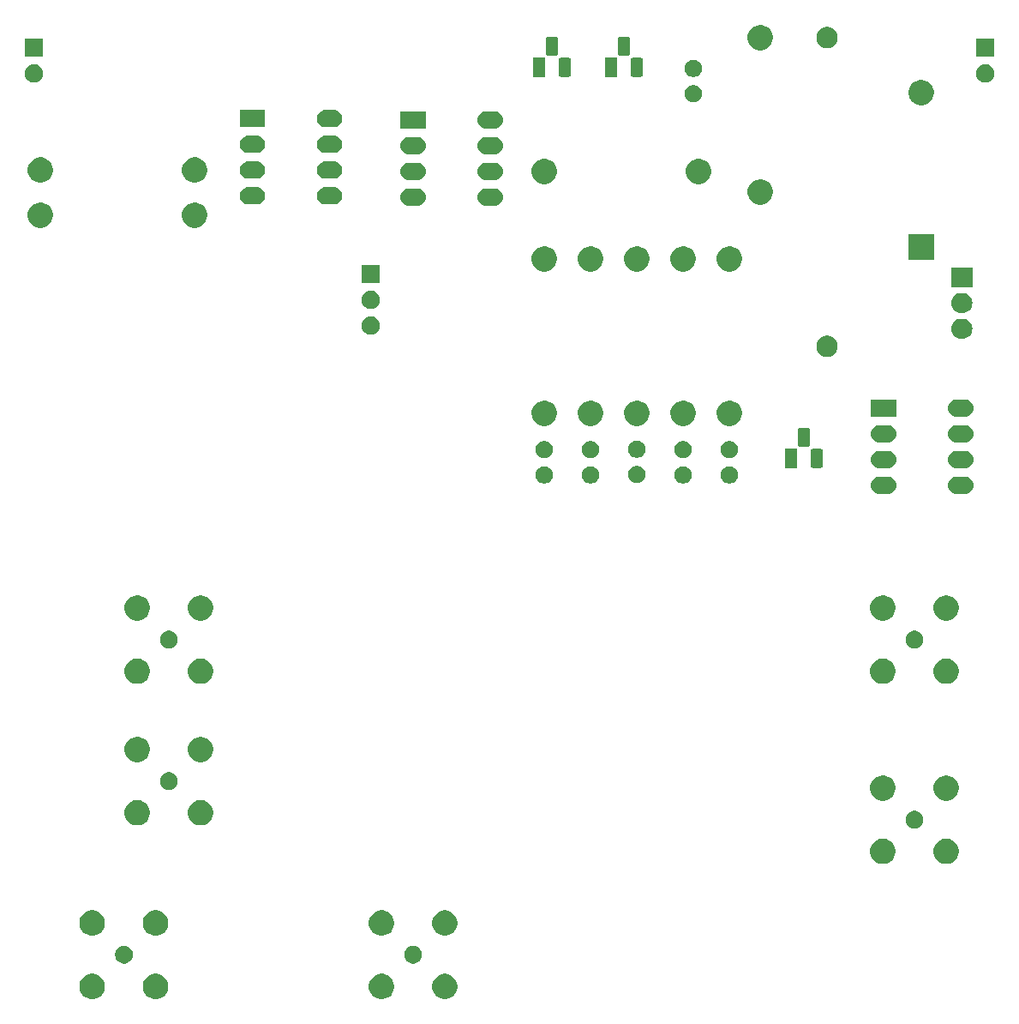
<source format=gbr>
G04 #@! TF.GenerationSoftware,KiCad,Pcbnew,(5.1.5)-3*
G04 #@! TF.CreationDate,2021-07-01T17:41:49-04:00*
G04 #@! TF.ProjectId,AM Mixer and LO Test Board,414d204d-6978-4657-9220-616e64204c4f,rev?*
G04 #@! TF.SameCoordinates,Original*
G04 #@! TF.FileFunction,Soldermask,Bot*
G04 #@! TF.FilePolarity,Negative*
%FSLAX46Y46*%
G04 Gerber Fmt 4.6, Leading zero omitted, Abs format (unit mm)*
G04 Created by KiCad (PCBNEW (5.1.5)-3) date 2021-07-01 17:41:49*
%MOMM*%
%LPD*%
G04 APERTURE LIST*
%ADD10C,0.100000*%
G04 APERTURE END LIST*
D10*
G36*
X134304903Y-144802075D02*
G01*
X134532571Y-144896378D01*
X134737466Y-145033285D01*
X134911715Y-145207534D01*
X135048622Y-145412429D01*
X135142925Y-145640097D01*
X135191000Y-145881787D01*
X135191000Y-146128213D01*
X135142925Y-146369903D01*
X135048622Y-146597571D01*
X134911715Y-146802466D01*
X134737466Y-146976715D01*
X134532571Y-147113622D01*
X134532570Y-147113623D01*
X134532569Y-147113623D01*
X134304903Y-147207925D01*
X134063214Y-147256000D01*
X133816786Y-147256000D01*
X133575097Y-147207925D01*
X133347431Y-147113623D01*
X133347430Y-147113623D01*
X133347429Y-147113622D01*
X133142534Y-146976715D01*
X132968285Y-146802466D01*
X132831378Y-146597571D01*
X132737075Y-146369903D01*
X132689000Y-146128213D01*
X132689000Y-145881787D01*
X132737075Y-145640097D01*
X132831378Y-145412429D01*
X132968285Y-145207534D01*
X133142534Y-145033285D01*
X133347429Y-144896378D01*
X133575097Y-144802075D01*
X133816786Y-144754000D01*
X134063214Y-144754000D01*
X134304903Y-144802075D01*
G37*
G36*
X128044903Y-144802075D02*
G01*
X128272571Y-144896378D01*
X128477466Y-145033285D01*
X128651715Y-145207534D01*
X128788622Y-145412429D01*
X128882925Y-145640097D01*
X128931000Y-145881787D01*
X128931000Y-146128213D01*
X128882925Y-146369903D01*
X128788622Y-146597571D01*
X128651715Y-146802466D01*
X128477466Y-146976715D01*
X128272571Y-147113622D01*
X128272570Y-147113623D01*
X128272569Y-147113623D01*
X128044903Y-147207925D01*
X127803214Y-147256000D01*
X127556786Y-147256000D01*
X127315097Y-147207925D01*
X127087431Y-147113623D01*
X127087430Y-147113623D01*
X127087429Y-147113622D01*
X126882534Y-146976715D01*
X126708285Y-146802466D01*
X126571378Y-146597571D01*
X126477075Y-146369903D01*
X126429000Y-146128213D01*
X126429000Y-145881787D01*
X126477075Y-145640097D01*
X126571378Y-145412429D01*
X126708285Y-145207534D01*
X126882534Y-145033285D01*
X127087429Y-144896378D01*
X127315097Y-144802075D01*
X127556786Y-144754000D01*
X127803214Y-144754000D01*
X128044903Y-144802075D01*
G37*
G36*
X99469903Y-144802075D02*
G01*
X99697571Y-144896378D01*
X99902466Y-145033285D01*
X100076715Y-145207534D01*
X100213622Y-145412429D01*
X100307925Y-145640097D01*
X100356000Y-145881787D01*
X100356000Y-146128213D01*
X100307925Y-146369903D01*
X100213622Y-146597571D01*
X100076715Y-146802466D01*
X99902466Y-146976715D01*
X99697571Y-147113622D01*
X99697570Y-147113623D01*
X99697569Y-147113623D01*
X99469903Y-147207925D01*
X99228214Y-147256000D01*
X98981786Y-147256000D01*
X98740097Y-147207925D01*
X98512431Y-147113623D01*
X98512430Y-147113623D01*
X98512429Y-147113622D01*
X98307534Y-146976715D01*
X98133285Y-146802466D01*
X97996378Y-146597571D01*
X97902075Y-146369903D01*
X97854000Y-146128213D01*
X97854000Y-145881787D01*
X97902075Y-145640097D01*
X97996378Y-145412429D01*
X98133285Y-145207534D01*
X98307534Y-145033285D01*
X98512429Y-144896378D01*
X98740097Y-144802075D01*
X98981786Y-144754000D01*
X99228214Y-144754000D01*
X99469903Y-144802075D01*
G37*
G36*
X105729903Y-144802075D02*
G01*
X105957571Y-144896378D01*
X106162466Y-145033285D01*
X106336715Y-145207534D01*
X106473622Y-145412429D01*
X106567925Y-145640097D01*
X106616000Y-145881787D01*
X106616000Y-146128213D01*
X106567925Y-146369903D01*
X106473622Y-146597571D01*
X106336715Y-146802466D01*
X106162466Y-146976715D01*
X105957571Y-147113622D01*
X105957570Y-147113623D01*
X105957569Y-147113623D01*
X105729903Y-147207925D01*
X105488214Y-147256000D01*
X105241786Y-147256000D01*
X105000097Y-147207925D01*
X104772431Y-147113623D01*
X104772430Y-147113623D01*
X104772429Y-147113622D01*
X104567534Y-146976715D01*
X104393285Y-146802466D01*
X104256378Y-146597571D01*
X104162075Y-146369903D01*
X104114000Y-146128213D01*
X104114000Y-145881787D01*
X104162075Y-145640097D01*
X104256378Y-145412429D01*
X104393285Y-145207534D01*
X104567534Y-145033285D01*
X104772429Y-144896378D01*
X105000097Y-144802075D01*
X105241786Y-144754000D01*
X105488214Y-144754000D01*
X105729903Y-144802075D01*
G37*
G36*
X102405899Y-142015832D02*
G01*
X102490520Y-142032664D01*
X102649942Y-142098699D01*
X102793418Y-142194566D01*
X102915434Y-142316582D01*
X103011301Y-142460058D01*
X103077336Y-142619480D01*
X103111000Y-142788721D01*
X103111000Y-142961279D01*
X103077336Y-143130520D01*
X103011301Y-143289942D01*
X102915434Y-143433418D01*
X102793418Y-143555434D01*
X102649942Y-143651301D01*
X102490520Y-143717336D01*
X102321280Y-143751000D01*
X102148720Y-143751000D01*
X101979480Y-143717336D01*
X101820058Y-143651301D01*
X101676582Y-143555434D01*
X101554566Y-143433418D01*
X101458699Y-143289942D01*
X101392664Y-143130520D01*
X101359000Y-142961279D01*
X101359000Y-142788721D01*
X101392664Y-142619480D01*
X101458699Y-142460058D01*
X101554566Y-142316582D01*
X101676582Y-142194566D01*
X101820058Y-142098699D01*
X101979480Y-142032664D01*
X102064101Y-142015832D01*
X102148720Y-141999000D01*
X102321280Y-141999000D01*
X102405899Y-142015832D01*
G37*
G36*
X130980899Y-142015832D02*
G01*
X131065520Y-142032664D01*
X131224942Y-142098699D01*
X131368418Y-142194566D01*
X131490434Y-142316582D01*
X131586301Y-142460058D01*
X131652336Y-142619480D01*
X131686000Y-142788721D01*
X131686000Y-142961279D01*
X131652336Y-143130520D01*
X131586301Y-143289942D01*
X131490434Y-143433418D01*
X131368418Y-143555434D01*
X131224942Y-143651301D01*
X131065520Y-143717336D01*
X130896280Y-143751000D01*
X130723720Y-143751000D01*
X130554480Y-143717336D01*
X130395058Y-143651301D01*
X130251582Y-143555434D01*
X130129566Y-143433418D01*
X130033699Y-143289942D01*
X129967664Y-143130520D01*
X129934000Y-142961279D01*
X129934000Y-142788721D01*
X129967664Y-142619480D01*
X130033699Y-142460058D01*
X130129566Y-142316582D01*
X130251582Y-142194566D01*
X130395058Y-142098699D01*
X130554480Y-142032664D01*
X130639101Y-142015832D01*
X130723720Y-141999000D01*
X130896280Y-141999000D01*
X130980899Y-142015832D01*
G37*
G36*
X134304903Y-138542075D02*
G01*
X134532571Y-138636378D01*
X134737466Y-138773285D01*
X134911715Y-138947534D01*
X135048622Y-139152429D01*
X135142925Y-139380097D01*
X135191000Y-139621787D01*
X135191000Y-139868213D01*
X135142925Y-140109903D01*
X135048622Y-140337571D01*
X134911715Y-140542466D01*
X134737466Y-140716715D01*
X134532571Y-140853622D01*
X134532570Y-140853623D01*
X134532569Y-140853623D01*
X134304903Y-140947925D01*
X134063214Y-140996000D01*
X133816786Y-140996000D01*
X133575097Y-140947925D01*
X133347431Y-140853623D01*
X133347430Y-140853623D01*
X133347429Y-140853622D01*
X133142534Y-140716715D01*
X132968285Y-140542466D01*
X132831378Y-140337571D01*
X132737075Y-140109903D01*
X132689000Y-139868213D01*
X132689000Y-139621787D01*
X132737075Y-139380097D01*
X132831378Y-139152429D01*
X132968285Y-138947534D01*
X133142534Y-138773285D01*
X133347429Y-138636378D01*
X133575097Y-138542075D01*
X133816786Y-138494000D01*
X134063214Y-138494000D01*
X134304903Y-138542075D01*
G37*
G36*
X128044903Y-138542075D02*
G01*
X128272571Y-138636378D01*
X128477466Y-138773285D01*
X128651715Y-138947534D01*
X128788622Y-139152429D01*
X128882925Y-139380097D01*
X128931000Y-139621787D01*
X128931000Y-139868213D01*
X128882925Y-140109903D01*
X128788622Y-140337571D01*
X128651715Y-140542466D01*
X128477466Y-140716715D01*
X128272571Y-140853622D01*
X128272570Y-140853623D01*
X128272569Y-140853623D01*
X128044903Y-140947925D01*
X127803214Y-140996000D01*
X127556786Y-140996000D01*
X127315097Y-140947925D01*
X127087431Y-140853623D01*
X127087430Y-140853623D01*
X127087429Y-140853622D01*
X126882534Y-140716715D01*
X126708285Y-140542466D01*
X126571378Y-140337571D01*
X126477075Y-140109903D01*
X126429000Y-139868213D01*
X126429000Y-139621787D01*
X126477075Y-139380097D01*
X126571378Y-139152429D01*
X126708285Y-138947534D01*
X126882534Y-138773285D01*
X127087429Y-138636378D01*
X127315097Y-138542075D01*
X127556786Y-138494000D01*
X127803214Y-138494000D01*
X128044903Y-138542075D01*
G37*
G36*
X99469903Y-138542075D02*
G01*
X99697571Y-138636378D01*
X99902466Y-138773285D01*
X100076715Y-138947534D01*
X100213622Y-139152429D01*
X100307925Y-139380097D01*
X100356000Y-139621787D01*
X100356000Y-139868213D01*
X100307925Y-140109903D01*
X100213622Y-140337571D01*
X100076715Y-140542466D01*
X99902466Y-140716715D01*
X99697571Y-140853622D01*
X99697570Y-140853623D01*
X99697569Y-140853623D01*
X99469903Y-140947925D01*
X99228214Y-140996000D01*
X98981786Y-140996000D01*
X98740097Y-140947925D01*
X98512431Y-140853623D01*
X98512430Y-140853623D01*
X98512429Y-140853622D01*
X98307534Y-140716715D01*
X98133285Y-140542466D01*
X97996378Y-140337571D01*
X97902075Y-140109903D01*
X97854000Y-139868213D01*
X97854000Y-139621787D01*
X97902075Y-139380097D01*
X97996378Y-139152429D01*
X98133285Y-138947534D01*
X98307534Y-138773285D01*
X98512429Y-138636378D01*
X98740097Y-138542075D01*
X98981786Y-138494000D01*
X99228214Y-138494000D01*
X99469903Y-138542075D01*
G37*
G36*
X105729903Y-138542075D02*
G01*
X105957571Y-138636378D01*
X106162466Y-138773285D01*
X106336715Y-138947534D01*
X106473622Y-139152429D01*
X106567925Y-139380097D01*
X106616000Y-139621787D01*
X106616000Y-139868213D01*
X106567925Y-140109903D01*
X106473622Y-140337571D01*
X106336715Y-140542466D01*
X106162466Y-140716715D01*
X105957571Y-140853622D01*
X105957570Y-140853623D01*
X105957569Y-140853623D01*
X105729903Y-140947925D01*
X105488214Y-140996000D01*
X105241786Y-140996000D01*
X105000097Y-140947925D01*
X104772431Y-140853623D01*
X104772430Y-140853623D01*
X104772429Y-140853622D01*
X104567534Y-140716715D01*
X104393285Y-140542466D01*
X104256378Y-140337571D01*
X104162075Y-140109903D01*
X104114000Y-139868213D01*
X104114000Y-139621787D01*
X104162075Y-139380097D01*
X104256378Y-139152429D01*
X104393285Y-138947534D01*
X104567534Y-138773285D01*
X104772429Y-138636378D01*
X105000097Y-138542075D01*
X105241786Y-138494000D01*
X105488214Y-138494000D01*
X105729903Y-138542075D01*
G37*
G36*
X177574903Y-131467075D02*
G01*
X177802571Y-131561378D01*
X178007466Y-131698285D01*
X178181715Y-131872534D01*
X178318622Y-132077429D01*
X178412925Y-132305097D01*
X178461000Y-132546787D01*
X178461000Y-132793213D01*
X178412925Y-133034903D01*
X178318622Y-133262571D01*
X178181715Y-133467466D01*
X178007466Y-133641715D01*
X177802571Y-133778622D01*
X177802570Y-133778623D01*
X177802569Y-133778623D01*
X177574903Y-133872925D01*
X177333214Y-133921000D01*
X177086786Y-133921000D01*
X176845097Y-133872925D01*
X176617431Y-133778623D01*
X176617430Y-133778623D01*
X176617429Y-133778622D01*
X176412534Y-133641715D01*
X176238285Y-133467466D01*
X176101378Y-133262571D01*
X176007075Y-133034903D01*
X175959000Y-132793213D01*
X175959000Y-132546787D01*
X176007075Y-132305097D01*
X176101378Y-132077429D01*
X176238285Y-131872534D01*
X176412534Y-131698285D01*
X176617429Y-131561378D01*
X176845097Y-131467075D01*
X177086786Y-131419000D01*
X177333214Y-131419000D01*
X177574903Y-131467075D01*
G37*
G36*
X183834903Y-131467075D02*
G01*
X184062571Y-131561378D01*
X184267466Y-131698285D01*
X184441715Y-131872534D01*
X184578622Y-132077429D01*
X184672925Y-132305097D01*
X184721000Y-132546787D01*
X184721000Y-132793213D01*
X184672925Y-133034903D01*
X184578622Y-133262571D01*
X184441715Y-133467466D01*
X184267466Y-133641715D01*
X184062571Y-133778622D01*
X184062570Y-133778623D01*
X184062569Y-133778623D01*
X183834903Y-133872925D01*
X183593214Y-133921000D01*
X183346786Y-133921000D01*
X183105097Y-133872925D01*
X182877431Y-133778623D01*
X182877430Y-133778623D01*
X182877429Y-133778622D01*
X182672534Y-133641715D01*
X182498285Y-133467466D01*
X182361378Y-133262571D01*
X182267075Y-133034903D01*
X182219000Y-132793213D01*
X182219000Y-132546787D01*
X182267075Y-132305097D01*
X182361378Y-132077429D01*
X182498285Y-131872534D01*
X182672534Y-131698285D01*
X182877429Y-131561378D01*
X183105097Y-131467075D01*
X183346786Y-131419000D01*
X183593214Y-131419000D01*
X183834903Y-131467075D01*
G37*
G36*
X180595520Y-128697664D02*
G01*
X180754942Y-128763699D01*
X180898418Y-128859566D01*
X181020434Y-128981582D01*
X181116301Y-129125058D01*
X181182336Y-129284480D01*
X181216000Y-129453721D01*
X181216000Y-129626279D01*
X181182336Y-129795520D01*
X181116301Y-129954942D01*
X181020434Y-130098418D01*
X180898418Y-130220434D01*
X180754942Y-130316301D01*
X180595520Y-130382336D01*
X180510899Y-130399168D01*
X180426280Y-130416000D01*
X180253720Y-130416000D01*
X180169101Y-130399168D01*
X180084480Y-130382336D01*
X179925058Y-130316301D01*
X179781582Y-130220434D01*
X179659566Y-130098418D01*
X179563699Y-129954942D01*
X179497664Y-129795520D01*
X179464000Y-129626279D01*
X179464000Y-129453721D01*
X179497664Y-129284480D01*
X179563699Y-129125058D01*
X179659566Y-128981582D01*
X179781582Y-128859566D01*
X179925058Y-128763699D01*
X180084480Y-128697664D01*
X180253720Y-128664000D01*
X180426280Y-128664000D01*
X180595520Y-128697664D01*
G37*
G36*
X110174903Y-127657075D02*
G01*
X110402571Y-127751378D01*
X110607466Y-127888285D01*
X110781715Y-128062534D01*
X110918622Y-128267429D01*
X111012925Y-128495097D01*
X111061000Y-128736787D01*
X111061000Y-128983213D01*
X111012925Y-129224903D01*
X110918622Y-129452571D01*
X110781715Y-129657466D01*
X110607466Y-129831715D01*
X110402571Y-129968622D01*
X110402570Y-129968623D01*
X110402569Y-129968623D01*
X110174903Y-130062925D01*
X109933214Y-130111000D01*
X109686786Y-130111000D01*
X109445097Y-130062925D01*
X109217431Y-129968623D01*
X109217430Y-129968623D01*
X109217429Y-129968622D01*
X109012534Y-129831715D01*
X108838285Y-129657466D01*
X108701378Y-129452571D01*
X108607075Y-129224903D01*
X108559000Y-128983213D01*
X108559000Y-128736787D01*
X108607075Y-128495097D01*
X108701378Y-128267429D01*
X108838285Y-128062534D01*
X109012534Y-127888285D01*
X109217429Y-127751378D01*
X109445097Y-127657075D01*
X109686786Y-127609000D01*
X109933214Y-127609000D01*
X110174903Y-127657075D01*
G37*
G36*
X103914903Y-127657075D02*
G01*
X104142571Y-127751378D01*
X104347466Y-127888285D01*
X104521715Y-128062534D01*
X104658622Y-128267429D01*
X104752925Y-128495097D01*
X104801000Y-128736787D01*
X104801000Y-128983213D01*
X104752925Y-129224903D01*
X104658622Y-129452571D01*
X104521715Y-129657466D01*
X104347466Y-129831715D01*
X104142571Y-129968622D01*
X104142570Y-129968623D01*
X104142569Y-129968623D01*
X103914903Y-130062925D01*
X103673214Y-130111000D01*
X103426786Y-130111000D01*
X103185097Y-130062925D01*
X102957431Y-129968623D01*
X102957430Y-129968623D01*
X102957429Y-129968622D01*
X102752534Y-129831715D01*
X102578285Y-129657466D01*
X102441378Y-129452571D01*
X102347075Y-129224903D01*
X102299000Y-128983213D01*
X102299000Y-128736787D01*
X102347075Y-128495097D01*
X102441378Y-128267429D01*
X102578285Y-128062534D01*
X102752534Y-127888285D01*
X102957429Y-127751378D01*
X103185097Y-127657075D01*
X103426786Y-127609000D01*
X103673214Y-127609000D01*
X103914903Y-127657075D01*
G37*
G36*
X177574903Y-125207075D02*
G01*
X177802571Y-125301378D01*
X178007466Y-125438285D01*
X178181715Y-125612534D01*
X178318622Y-125817429D01*
X178412925Y-126045097D01*
X178461000Y-126286787D01*
X178461000Y-126533213D01*
X178412925Y-126774903D01*
X178318622Y-127002571D01*
X178181715Y-127207466D01*
X178007466Y-127381715D01*
X177802571Y-127518622D01*
X177802570Y-127518623D01*
X177802569Y-127518623D01*
X177574903Y-127612925D01*
X177333214Y-127661000D01*
X177086786Y-127661000D01*
X176845097Y-127612925D01*
X176617431Y-127518623D01*
X176617430Y-127518623D01*
X176617429Y-127518622D01*
X176412534Y-127381715D01*
X176238285Y-127207466D01*
X176101378Y-127002571D01*
X176007075Y-126774903D01*
X175959000Y-126533213D01*
X175959000Y-126286787D01*
X176007075Y-126045097D01*
X176101378Y-125817429D01*
X176238285Y-125612534D01*
X176412534Y-125438285D01*
X176617429Y-125301378D01*
X176845097Y-125207075D01*
X177086786Y-125159000D01*
X177333214Y-125159000D01*
X177574903Y-125207075D01*
G37*
G36*
X183834903Y-125207075D02*
G01*
X184062571Y-125301378D01*
X184267466Y-125438285D01*
X184441715Y-125612534D01*
X184578622Y-125817429D01*
X184672925Y-126045097D01*
X184721000Y-126286787D01*
X184721000Y-126533213D01*
X184672925Y-126774903D01*
X184578622Y-127002571D01*
X184441715Y-127207466D01*
X184267466Y-127381715D01*
X184062571Y-127518622D01*
X184062570Y-127518623D01*
X184062569Y-127518623D01*
X183834903Y-127612925D01*
X183593214Y-127661000D01*
X183346786Y-127661000D01*
X183105097Y-127612925D01*
X182877431Y-127518623D01*
X182877430Y-127518623D01*
X182877429Y-127518622D01*
X182672534Y-127381715D01*
X182498285Y-127207466D01*
X182361378Y-127002571D01*
X182267075Y-126774903D01*
X182219000Y-126533213D01*
X182219000Y-126286787D01*
X182267075Y-126045097D01*
X182361378Y-125817429D01*
X182498285Y-125612534D01*
X182672534Y-125438285D01*
X182877429Y-125301378D01*
X183105097Y-125207075D01*
X183346786Y-125159000D01*
X183593214Y-125159000D01*
X183834903Y-125207075D01*
G37*
G36*
X106935520Y-124887664D02*
G01*
X107094942Y-124953699D01*
X107238418Y-125049566D01*
X107360434Y-125171582D01*
X107456301Y-125315058D01*
X107522336Y-125474480D01*
X107556000Y-125643721D01*
X107556000Y-125816279D01*
X107522336Y-125985520D01*
X107456301Y-126144942D01*
X107360434Y-126288418D01*
X107238418Y-126410434D01*
X107094942Y-126506301D01*
X106935520Y-126572336D01*
X106850899Y-126589168D01*
X106766280Y-126606000D01*
X106593720Y-126606000D01*
X106509101Y-126589168D01*
X106424480Y-126572336D01*
X106265058Y-126506301D01*
X106121582Y-126410434D01*
X105999566Y-126288418D01*
X105903699Y-126144942D01*
X105837664Y-125985520D01*
X105804000Y-125816279D01*
X105804000Y-125643721D01*
X105837664Y-125474480D01*
X105903699Y-125315058D01*
X105999566Y-125171582D01*
X106121582Y-125049566D01*
X106265058Y-124953699D01*
X106424480Y-124887664D01*
X106593720Y-124854000D01*
X106766280Y-124854000D01*
X106935520Y-124887664D01*
G37*
G36*
X110174903Y-121397075D02*
G01*
X110402571Y-121491378D01*
X110607466Y-121628285D01*
X110781715Y-121802534D01*
X110918622Y-122007429D01*
X111012925Y-122235097D01*
X111061000Y-122476787D01*
X111061000Y-122723213D01*
X111012925Y-122964903D01*
X110918622Y-123192571D01*
X110781715Y-123397466D01*
X110607466Y-123571715D01*
X110402571Y-123708622D01*
X110402570Y-123708623D01*
X110402569Y-123708623D01*
X110174903Y-123802925D01*
X109933214Y-123851000D01*
X109686786Y-123851000D01*
X109445097Y-123802925D01*
X109217431Y-123708623D01*
X109217430Y-123708623D01*
X109217429Y-123708622D01*
X109012534Y-123571715D01*
X108838285Y-123397466D01*
X108701378Y-123192571D01*
X108607075Y-122964903D01*
X108559000Y-122723213D01*
X108559000Y-122476787D01*
X108607075Y-122235097D01*
X108701378Y-122007429D01*
X108838285Y-121802534D01*
X109012534Y-121628285D01*
X109217429Y-121491378D01*
X109445097Y-121397075D01*
X109686786Y-121349000D01*
X109933214Y-121349000D01*
X110174903Y-121397075D01*
G37*
G36*
X103914903Y-121397075D02*
G01*
X104142571Y-121491378D01*
X104347466Y-121628285D01*
X104521715Y-121802534D01*
X104658622Y-122007429D01*
X104752925Y-122235097D01*
X104801000Y-122476787D01*
X104801000Y-122723213D01*
X104752925Y-122964903D01*
X104658622Y-123192571D01*
X104521715Y-123397466D01*
X104347466Y-123571715D01*
X104142571Y-123708622D01*
X104142570Y-123708623D01*
X104142569Y-123708623D01*
X103914903Y-123802925D01*
X103673214Y-123851000D01*
X103426786Y-123851000D01*
X103185097Y-123802925D01*
X102957431Y-123708623D01*
X102957430Y-123708623D01*
X102957429Y-123708622D01*
X102752534Y-123571715D01*
X102578285Y-123397466D01*
X102441378Y-123192571D01*
X102347075Y-122964903D01*
X102299000Y-122723213D01*
X102299000Y-122476787D01*
X102347075Y-122235097D01*
X102441378Y-122007429D01*
X102578285Y-121802534D01*
X102752534Y-121628285D01*
X102957429Y-121491378D01*
X103185097Y-121397075D01*
X103426786Y-121349000D01*
X103673214Y-121349000D01*
X103914903Y-121397075D01*
G37*
G36*
X183834903Y-113687075D02*
G01*
X184062571Y-113781378D01*
X184267466Y-113918285D01*
X184441715Y-114092534D01*
X184578622Y-114297429D01*
X184672925Y-114525097D01*
X184721000Y-114766787D01*
X184721000Y-115013213D01*
X184672925Y-115254903D01*
X184578622Y-115482571D01*
X184441715Y-115687466D01*
X184267466Y-115861715D01*
X184062571Y-115998622D01*
X184062570Y-115998623D01*
X184062569Y-115998623D01*
X183834903Y-116092925D01*
X183593214Y-116141000D01*
X183346786Y-116141000D01*
X183105097Y-116092925D01*
X182877431Y-115998623D01*
X182877430Y-115998623D01*
X182877429Y-115998622D01*
X182672534Y-115861715D01*
X182498285Y-115687466D01*
X182361378Y-115482571D01*
X182267075Y-115254903D01*
X182219000Y-115013213D01*
X182219000Y-114766787D01*
X182267075Y-114525097D01*
X182361378Y-114297429D01*
X182498285Y-114092534D01*
X182672534Y-113918285D01*
X182877429Y-113781378D01*
X183105097Y-113687075D01*
X183346786Y-113639000D01*
X183593214Y-113639000D01*
X183834903Y-113687075D01*
G37*
G36*
X103914903Y-113687075D02*
G01*
X104142571Y-113781378D01*
X104347466Y-113918285D01*
X104521715Y-114092534D01*
X104658622Y-114297429D01*
X104752925Y-114525097D01*
X104801000Y-114766787D01*
X104801000Y-115013213D01*
X104752925Y-115254903D01*
X104658622Y-115482571D01*
X104521715Y-115687466D01*
X104347466Y-115861715D01*
X104142571Y-115998622D01*
X104142570Y-115998623D01*
X104142569Y-115998623D01*
X103914903Y-116092925D01*
X103673214Y-116141000D01*
X103426786Y-116141000D01*
X103185097Y-116092925D01*
X102957431Y-115998623D01*
X102957430Y-115998623D01*
X102957429Y-115998622D01*
X102752534Y-115861715D01*
X102578285Y-115687466D01*
X102441378Y-115482571D01*
X102347075Y-115254903D01*
X102299000Y-115013213D01*
X102299000Y-114766787D01*
X102347075Y-114525097D01*
X102441378Y-114297429D01*
X102578285Y-114092534D01*
X102752534Y-113918285D01*
X102957429Y-113781378D01*
X103185097Y-113687075D01*
X103426786Y-113639000D01*
X103673214Y-113639000D01*
X103914903Y-113687075D01*
G37*
G36*
X110174903Y-113687075D02*
G01*
X110402571Y-113781378D01*
X110607466Y-113918285D01*
X110781715Y-114092534D01*
X110918622Y-114297429D01*
X111012925Y-114525097D01*
X111061000Y-114766787D01*
X111061000Y-115013213D01*
X111012925Y-115254903D01*
X110918622Y-115482571D01*
X110781715Y-115687466D01*
X110607466Y-115861715D01*
X110402571Y-115998622D01*
X110402570Y-115998623D01*
X110402569Y-115998623D01*
X110174903Y-116092925D01*
X109933214Y-116141000D01*
X109686786Y-116141000D01*
X109445097Y-116092925D01*
X109217431Y-115998623D01*
X109217430Y-115998623D01*
X109217429Y-115998622D01*
X109012534Y-115861715D01*
X108838285Y-115687466D01*
X108701378Y-115482571D01*
X108607075Y-115254903D01*
X108559000Y-115013213D01*
X108559000Y-114766787D01*
X108607075Y-114525097D01*
X108701378Y-114297429D01*
X108838285Y-114092534D01*
X109012534Y-113918285D01*
X109217429Y-113781378D01*
X109445097Y-113687075D01*
X109686786Y-113639000D01*
X109933214Y-113639000D01*
X110174903Y-113687075D01*
G37*
G36*
X177574903Y-113687075D02*
G01*
X177802571Y-113781378D01*
X178007466Y-113918285D01*
X178181715Y-114092534D01*
X178318622Y-114297429D01*
X178412925Y-114525097D01*
X178461000Y-114766787D01*
X178461000Y-115013213D01*
X178412925Y-115254903D01*
X178318622Y-115482571D01*
X178181715Y-115687466D01*
X178007466Y-115861715D01*
X177802571Y-115998622D01*
X177802570Y-115998623D01*
X177802569Y-115998623D01*
X177574903Y-116092925D01*
X177333214Y-116141000D01*
X177086786Y-116141000D01*
X176845097Y-116092925D01*
X176617431Y-115998623D01*
X176617430Y-115998623D01*
X176617429Y-115998622D01*
X176412534Y-115861715D01*
X176238285Y-115687466D01*
X176101378Y-115482571D01*
X176007075Y-115254903D01*
X175959000Y-115013213D01*
X175959000Y-114766787D01*
X176007075Y-114525097D01*
X176101378Y-114297429D01*
X176238285Y-114092534D01*
X176412534Y-113918285D01*
X176617429Y-113781378D01*
X176845097Y-113687075D01*
X177086786Y-113639000D01*
X177333214Y-113639000D01*
X177574903Y-113687075D01*
G37*
G36*
X180595520Y-110917664D02*
G01*
X180754942Y-110983699D01*
X180898418Y-111079566D01*
X181020434Y-111201582D01*
X181116301Y-111345058D01*
X181182336Y-111504480D01*
X181216000Y-111673721D01*
X181216000Y-111846279D01*
X181182336Y-112015520D01*
X181116301Y-112174942D01*
X181020434Y-112318418D01*
X180898418Y-112440434D01*
X180754942Y-112536301D01*
X180595520Y-112602336D01*
X180510899Y-112619168D01*
X180426280Y-112636000D01*
X180253720Y-112636000D01*
X180169101Y-112619168D01*
X180084480Y-112602336D01*
X179925058Y-112536301D01*
X179781582Y-112440434D01*
X179659566Y-112318418D01*
X179563699Y-112174942D01*
X179497664Y-112015520D01*
X179464000Y-111846279D01*
X179464000Y-111673721D01*
X179497664Y-111504480D01*
X179563699Y-111345058D01*
X179659566Y-111201582D01*
X179781582Y-111079566D01*
X179925058Y-110983699D01*
X180084480Y-110917664D01*
X180253720Y-110884000D01*
X180426280Y-110884000D01*
X180595520Y-110917664D01*
G37*
G36*
X106935520Y-110917664D02*
G01*
X107094942Y-110983699D01*
X107238418Y-111079566D01*
X107360434Y-111201582D01*
X107456301Y-111345058D01*
X107522336Y-111504480D01*
X107556000Y-111673721D01*
X107556000Y-111846279D01*
X107522336Y-112015520D01*
X107456301Y-112174942D01*
X107360434Y-112318418D01*
X107238418Y-112440434D01*
X107094942Y-112536301D01*
X106935520Y-112602336D01*
X106850899Y-112619168D01*
X106766280Y-112636000D01*
X106593720Y-112636000D01*
X106509101Y-112619168D01*
X106424480Y-112602336D01*
X106265058Y-112536301D01*
X106121582Y-112440434D01*
X105999566Y-112318418D01*
X105903699Y-112174942D01*
X105837664Y-112015520D01*
X105804000Y-111846279D01*
X105804000Y-111673721D01*
X105837664Y-111504480D01*
X105903699Y-111345058D01*
X105999566Y-111201582D01*
X106121582Y-111079566D01*
X106265058Y-110983699D01*
X106424480Y-110917664D01*
X106593720Y-110884000D01*
X106766280Y-110884000D01*
X106935520Y-110917664D01*
G37*
G36*
X103914903Y-107427075D02*
G01*
X104142571Y-107521378D01*
X104347466Y-107658285D01*
X104521715Y-107832534D01*
X104658622Y-108037429D01*
X104752925Y-108265097D01*
X104801000Y-108506787D01*
X104801000Y-108753213D01*
X104752925Y-108994903D01*
X104658622Y-109222571D01*
X104521715Y-109427466D01*
X104347466Y-109601715D01*
X104142571Y-109738622D01*
X104142570Y-109738623D01*
X104142569Y-109738623D01*
X103914903Y-109832925D01*
X103673214Y-109881000D01*
X103426786Y-109881000D01*
X103185097Y-109832925D01*
X102957431Y-109738623D01*
X102957430Y-109738623D01*
X102957429Y-109738622D01*
X102752534Y-109601715D01*
X102578285Y-109427466D01*
X102441378Y-109222571D01*
X102347075Y-108994903D01*
X102299000Y-108753213D01*
X102299000Y-108506787D01*
X102347075Y-108265097D01*
X102441378Y-108037429D01*
X102578285Y-107832534D01*
X102752534Y-107658285D01*
X102957429Y-107521378D01*
X103185097Y-107427075D01*
X103426786Y-107379000D01*
X103673214Y-107379000D01*
X103914903Y-107427075D01*
G37*
G36*
X183834903Y-107427075D02*
G01*
X184062571Y-107521378D01*
X184267466Y-107658285D01*
X184441715Y-107832534D01*
X184578622Y-108037429D01*
X184672925Y-108265097D01*
X184721000Y-108506787D01*
X184721000Y-108753213D01*
X184672925Y-108994903D01*
X184578622Y-109222571D01*
X184441715Y-109427466D01*
X184267466Y-109601715D01*
X184062571Y-109738622D01*
X184062570Y-109738623D01*
X184062569Y-109738623D01*
X183834903Y-109832925D01*
X183593214Y-109881000D01*
X183346786Y-109881000D01*
X183105097Y-109832925D01*
X182877431Y-109738623D01*
X182877430Y-109738623D01*
X182877429Y-109738622D01*
X182672534Y-109601715D01*
X182498285Y-109427466D01*
X182361378Y-109222571D01*
X182267075Y-108994903D01*
X182219000Y-108753213D01*
X182219000Y-108506787D01*
X182267075Y-108265097D01*
X182361378Y-108037429D01*
X182498285Y-107832534D01*
X182672534Y-107658285D01*
X182877429Y-107521378D01*
X183105097Y-107427075D01*
X183346786Y-107379000D01*
X183593214Y-107379000D01*
X183834903Y-107427075D01*
G37*
G36*
X177574903Y-107427075D02*
G01*
X177802571Y-107521378D01*
X178007466Y-107658285D01*
X178181715Y-107832534D01*
X178318622Y-108037429D01*
X178412925Y-108265097D01*
X178461000Y-108506787D01*
X178461000Y-108753213D01*
X178412925Y-108994903D01*
X178318622Y-109222571D01*
X178181715Y-109427466D01*
X178007466Y-109601715D01*
X177802571Y-109738622D01*
X177802570Y-109738623D01*
X177802569Y-109738623D01*
X177574903Y-109832925D01*
X177333214Y-109881000D01*
X177086786Y-109881000D01*
X176845097Y-109832925D01*
X176617431Y-109738623D01*
X176617430Y-109738623D01*
X176617429Y-109738622D01*
X176412534Y-109601715D01*
X176238285Y-109427466D01*
X176101378Y-109222571D01*
X176007075Y-108994903D01*
X175959000Y-108753213D01*
X175959000Y-108506787D01*
X176007075Y-108265097D01*
X176101378Y-108037429D01*
X176238285Y-107832534D01*
X176412534Y-107658285D01*
X176617429Y-107521378D01*
X176845097Y-107427075D01*
X177086786Y-107379000D01*
X177333214Y-107379000D01*
X177574903Y-107427075D01*
G37*
G36*
X110174903Y-107427075D02*
G01*
X110402571Y-107521378D01*
X110607466Y-107658285D01*
X110781715Y-107832534D01*
X110918622Y-108037429D01*
X111012925Y-108265097D01*
X111061000Y-108506787D01*
X111061000Y-108753213D01*
X111012925Y-108994903D01*
X110918622Y-109222571D01*
X110781715Y-109427466D01*
X110607466Y-109601715D01*
X110402571Y-109738622D01*
X110402570Y-109738623D01*
X110402569Y-109738623D01*
X110174903Y-109832925D01*
X109933214Y-109881000D01*
X109686786Y-109881000D01*
X109445097Y-109832925D01*
X109217431Y-109738623D01*
X109217430Y-109738623D01*
X109217429Y-109738622D01*
X109012534Y-109601715D01*
X108838285Y-109427466D01*
X108701378Y-109222571D01*
X108607075Y-108994903D01*
X108559000Y-108753213D01*
X108559000Y-108506787D01*
X108607075Y-108265097D01*
X108701378Y-108037429D01*
X108838285Y-107832534D01*
X109012534Y-107658285D01*
X109217429Y-107521378D01*
X109445097Y-107427075D01*
X109686786Y-107379000D01*
X109933214Y-107379000D01*
X110174903Y-107427075D01*
G37*
G36*
X177858823Y-95681313D02*
G01*
X178019242Y-95729976D01*
X178060874Y-95752229D01*
X178167078Y-95808996D01*
X178296659Y-95915341D01*
X178403004Y-96044922D01*
X178403005Y-96044924D01*
X178482024Y-96192758D01*
X178530687Y-96353177D01*
X178547117Y-96520000D01*
X178530687Y-96686823D01*
X178482024Y-96847242D01*
X178411114Y-96979906D01*
X178403004Y-96995078D01*
X178296659Y-97124659D01*
X178167078Y-97231004D01*
X178167076Y-97231005D01*
X178019242Y-97310024D01*
X177858823Y-97358687D01*
X177733804Y-97371000D01*
X176850196Y-97371000D01*
X176725177Y-97358687D01*
X176564758Y-97310024D01*
X176416924Y-97231005D01*
X176416922Y-97231004D01*
X176287341Y-97124659D01*
X176180996Y-96995078D01*
X176172886Y-96979906D01*
X176101976Y-96847242D01*
X176053313Y-96686823D01*
X176036883Y-96520000D01*
X176053313Y-96353177D01*
X176101976Y-96192758D01*
X176180995Y-96044924D01*
X176180996Y-96044922D01*
X176287341Y-95915341D01*
X176416922Y-95808996D01*
X176523126Y-95752229D01*
X176564758Y-95729976D01*
X176725177Y-95681313D01*
X176850196Y-95669000D01*
X177733804Y-95669000D01*
X177858823Y-95681313D01*
G37*
G36*
X185478823Y-95681313D02*
G01*
X185639242Y-95729976D01*
X185680874Y-95752229D01*
X185787078Y-95808996D01*
X185916659Y-95915341D01*
X186023004Y-96044922D01*
X186023005Y-96044924D01*
X186102024Y-96192758D01*
X186150687Y-96353177D01*
X186167117Y-96520000D01*
X186150687Y-96686823D01*
X186102024Y-96847242D01*
X186031114Y-96979906D01*
X186023004Y-96995078D01*
X185916659Y-97124659D01*
X185787078Y-97231004D01*
X185787076Y-97231005D01*
X185639242Y-97310024D01*
X185478823Y-97358687D01*
X185353804Y-97371000D01*
X184470196Y-97371000D01*
X184345177Y-97358687D01*
X184184758Y-97310024D01*
X184036924Y-97231005D01*
X184036922Y-97231004D01*
X183907341Y-97124659D01*
X183800996Y-96995078D01*
X183792886Y-96979906D01*
X183721976Y-96847242D01*
X183673313Y-96686823D01*
X183656883Y-96520000D01*
X183673313Y-96353177D01*
X183721976Y-96192758D01*
X183800995Y-96044924D01*
X183800996Y-96044922D01*
X183907341Y-95915341D01*
X184036922Y-95808996D01*
X184143126Y-95752229D01*
X184184758Y-95729976D01*
X184345177Y-95681313D01*
X184470196Y-95669000D01*
X185353804Y-95669000D01*
X185478823Y-95681313D01*
G37*
G36*
X162300228Y-94685703D02*
G01*
X162455100Y-94749853D01*
X162594481Y-94842985D01*
X162713015Y-94961519D01*
X162806147Y-95100900D01*
X162870297Y-95255772D01*
X162903000Y-95420184D01*
X162903000Y-95587816D01*
X162870297Y-95752228D01*
X162806147Y-95907100D01*
X162713015Y-96046481D01*
X162594481Y-96165015D01*
X162455100Y-96258147D01*
X162300228Y-96322297D01*
X162135816Y-96355000D01*
X161968184Y-96355000D01*
X161803772Y-96322297D01*
X161648900Y-96258147D01*
X161509519Y-96165015D01*
X161390985Y-96046481D01*
X161297853Y-95907100D01*
X161233703Y-95752228D01*
X161201000Y-95587816D01*
X161201000Y-95420184D01*
X161233703Y-95255772D01*
X161297853Y-95100900D01*
X161390985Y-94961519D01*
X161509519Y-94842985D01*
X161648900Y-94749853D01*
X161803772Y-94685703D01*
X161968184Y-94653000D01*
X162135816Y-94653000D01*
X162300228Y-94685703D01*
G37*
G36*
X144012228Y-94685703D02*
G01*
X144167100Y-94749853D01*
X144306481Y-94842985D01*
X144425015Y-94961519D01*
X144518147Y-95100900D01*
X144582297Y-95255772D01*
X144615000Y-95420184D01*
X144615000Y-95587816D01*
X144582297Y-95752228D01*
X144518147Y-95907100D01*
X144425015Y-96046481D01*
X144306481Y-96165015D01*
X144167100Y-96258147D01*
X144012228Y-96322297D01*
X143847816Y-96355000D01*
X143680184Y-96355000D01*
X143515772Y-96322297D01*
X143360900Y-96258147D01*
X143221519Y-96165015D01*
X143102985Y-96046481D01*
X143009853Y-95907100D01*
X142945703Y-95752228D01*
X142913000Y-95587816D01*
X142913000Y-95420184D01*
X142945703Y-95255772D01*
X143009853Y-95100900D01*
X143102985Y-94961519D01*
X143221519Y-94842985D01*
X143360900Y-94749853D01*
X143515772Y-94685703D01*
X143680184Y-94653000D01*
X143847816Y-94653000D01*
X144012228Y-94685703D01*
G37*
G36*
X148584228Y-94685703D02*
G01*
X148739100Y-94749853D01*
X148878481Y-94842985D01*
X148997015Y-94961519D01*
X149090147Y-95100900D01*
X149154297Y-95255772D01*
X149187000Y-95420184D01*
X149187000Y-95587816D01*
X149154297Y-95752228D01*
X149090147Y-95907100D01*
X148997015Y-96046481D01*
X148878481Y-96165015D01*
X148739100Y-96258147D01*
X148584228Y-96322297D01*
X148419816Y-96355000D01*
X148252184Y-96355000D01*
X148087772Y-96322297D01*
X147932900Y-96258147D01*
X147793519Y-96165015D01*
X147674985Y-96046481D01*
X147581853Y-95907100D01*
X147517703Y-95752228D01*
X147485000Y-95587816D01*
X147485000Y-95420184D01*
X147517703Y-95255772D01*
X147581853Y-95100900D01*
X147674985Y-94961519D01*
X147793519Y-94842985D01*
X147932900Y-94749853D01*
X148087772Y-94685703D01*
X148252184Y-94653000D01*
X148419816Y-94653000D01*
X148584228Y-94685703D01*
G37*
G36*
X157728228Y-94685703D02*
G01*
X157883100Y-94749853D01*
X158022481Y-94842985D01*
X158141015Y-94961519D01*
X158234147Y-95100900D01*
X158298297Y-95255772D01*
X158331000Y-95420184D01*
X158331000Y-95587816D01*
X158298297Y-95752228D01*
X158234147Y-95907100D01*
X158141015Y-96046481D01*
X158022481Y-96165015D01*
X157883100Y-96258147D01*
X157728228Y-96322297D01*
X157563816Y-96355000D01*
X157396184Y-96355000D01*
X157231772Y-96322297D01*
X157076900Y-96258147D01*
X156937519Y-96165015D01*
X156818985Y-96046481D01*
X156725853Y-95907100D01*
X156661703Y-95752228D01*
X156629000Y-95587816D01*
X156629000Y-95420184D01*
X156661703Y-95255772D01*
X156725853Y-95100900D01*
X156818985Y-94961519D01*
X156937519Y-94842985D01*
X157076900Y-94749853D01*
X157231772Y-94685703D01*
X157396184Y-94653000D01*
X157563816Y-94653000D01*
X157728228Y-94685703D01*
G37*
G36*
X153156228Y-94645703D02*
G01*
X153311100Y-94709853D01*
X153450481Y-94802985D01*
X153569015Y-94921519D01*
X153662147Y-95060900D01*
X153726297Y-95215772D01*
X153759000Y-95380184D01*
X153759000Y-95547816D01*
X153726297Y-95712228D01*
X153662147Y-95867100D01*
X153569015Y-96006481D01*
X153450481Y-96125015D01*
X153311100Y-96218147D01*
X153156228Y-96282297D01*
X152991816Y-96315000D01*
X152824184Y-96315000D01*
X152659772Y-96282297D01*
X152504900Y-96218147D01*
X152365519Y-96125015D01*
X152246985Y-96006481D01*
X152153853Y-95867100D01*
X152089703Y-95712228D01*
X152057000Y-95547816D01*
X152057000Y-95380184D01*
X152089703Y-95215772D01*
X152153853Y-95060900D01*
X152246985Y-94921519D01*
X152365519Y-94802985D01*
X152504900Y-94709853D01*
X152659772Y-94645703D01*
X152824184Y-94613000D01*
X152991816Y-94613000D01*
X153156228Y-94645703D01*
G37*
G36*
X185478823Y-93141313D02*
G01*
X185639242Y-93189976D01*
X185680874Y-93212229D01*
X185787078Y-93268996D01*
X185916659Y-93375341D01*
X186023004Y-93504922D01*
X186023005Y-93504924D01*
X186102024Y-93652758D01*
X186150687Y-93813177D01*
X186167117Y-93979999D01*
X186150687Y-94146823D01*
X186102024Y-94307242D01*
X186031114Y-94439906D01*
X186023004Y-94455078D01*
X185916659Y-94584659D01*
X185787078Y-94691004D01*
X185787076Y-94691005D01*
X185639242Y-94770024D01*
X185478823Y-94818687D01*
X185353804Y-94831000D01*
X184470196Y-94831000D01*
X184345177Y-94818687D01*
X184184758Y-94770024D01*
X184036924Y-94691005D01*
X184036922Y-94691004D01*
X183907341Y-94584659D01*
X183800996Y-94455078D01*
X183792886Y-94439906D01*
X183721976Y-94307242D01*
X183673313Y-94146823D01*
X183656883Y-93979999D01*
X183673313Y-93813177D01*
X183721976Y-93652758D01*
X183800995Y-93504924D01*
X183800996Y-93504922D01*
X183907341Y-93375341D01*
X184036922Y-93268996D01*
X184143126Y-93212229D01*
X184184758Y-93189976D01*
X184345177Y-93141313D01*
X184470196Y-93129000D01*
X185353804Y-93129000D01*
X185478823Y-93141313D01*
G37*
G36*
X177858823Y-93141313D02*
G01*
X178019242Y-93189976D01*
X178060874Y-93212229D01*
X178167078Y-93268996D01*
X178296659Y-93375341D01*
X178403004Y-93504922D01*
X178403005Y-93504924D01*
X178482024Y-93652758D01*
X178530687Y-93813177D01*
X178547117Y-93979999D01*
X178530687Y-94146823D01*
X178482024Y-94307242D01*
X178411114Y-94439906D01*
X178403004Y-94455078D01*
X178296659Y-94584659D01*
X178167078Y-94691004D01*
X178167076Y-94691005D01*
X178019242Y-94770024D01*
X177858823Y-94818687D01*
X177733804Y-94831000D01*
X176850196Y-94831000D01*
X176725177Y-94818687D01*
X176564758Y-94770024D01*
X176416924Y-94691005D01*
X176416922Y-94691004D01*
X176287341Y-94584659D01*
X176180996Y-94455078D01*
X176172886Y-94439906D01*
X176101976Y-94307242D01*
X176053313Y-94146823D01*
X176036883Y-93979999D01*
X176053313Y-93813177D01*
X176101976Y-93652758D01*
X176180995Y-93504924D01*
X176180996Y-93504922D01*
X176287341Y-93375341D01*
X176416922Y-93268996D01*
X176523126Y-93212229D01*
X176564758Y-93189976D01*
X176725177Y-93141313D01*
X176850196Y-93129000D01*
X177733804Y-93129000D01*
X177858823Y-93141313D01*
G37*
G36*
X168749000Y-94823000D02*
G01*
X167547000Y-94823000D01*
X167547000Y-92921000D01*
X168749000Y-92921000D01*
X168749000Y-94823000D01*
G37*
G36*
X171097315Y-92926166D02*
G01*
X171141843Y-92939674D01*
X171182892Y-92961615D01*
X171218864Y-92991136D01*
X171248385Y-93027108D01*
X171270326Y-93068157D01*
X171283834Y-93112685D01*
X171289000Y-93165140D01*
X171289000Y-94578860D01*
X171283834Y-94631315D01*
X171270326Y-94675843D01*
X171248385Y-94716892D01*
X171218864Y-94752864D01*
X171182892Y-94782385D01*
X171141843Y-94804326D01*
X171097315Y-94817834D01*
X171044860Y-94823000D01*
X170331140Y-94823000D01*
X170278685Y-94817834D01*
X170234157Y-94804326D01*
X170193108Y-94782385D01*
X170157136Y-94752864D01*
X170127615Y-94716892D01*
X170105674Y-94675843D01*
X170092166Y-94631315D01*
X170087000Y-94578860D01*
X170087000Y-93165140D01*
X170092166Y-93112685D01*
X170105674Y-93068157D01*
X170127615Y-93027108D01*
X170157136Y-92991136D01*
X170193108Y-92961615D01*
X170234157Y-92939674D01*
X170278685Y-92926166D01*
X170331140Y-92921000D01*
X171044860Y-92921000D01*
X171097315Y-92926166D01*
G37*
G36*
X144012228Y-92185703D02*
G01*
X144167100Y-92249853D01*
X144306481Y-92342985D01*
X144425015Y-92461519D01*
X144518147Y-92600900D01*
X144582297Y-92755772D01*
X144615000Y-92920184D01*
X144615000Y-93087816D01*
X144582297Y-93252228D01*
X144518147Y-93407100D01*
X144425015Y-93546481D01*
X144306481Y-93665015D01*
X144167100Y-93758147D01*
X144012228Y-93822297D01*
X143847816Y-93855000D01*
X143680184Y-93855000D01*
X143515772Y-93822297D01*
X143360900Y-93758147D01*
X143221519Y-93665015D01*
X143102985Y-93546481D01*
X143009853Y-93407100D01*
X142945703Y-93252228D01*
X142913000Y-93087816D01*
X142913000Y-92920184D01*
X142945703Y-92755772D01*
X143009853Y-92600900D01*
X143102985Y-92461519D01*
X143221519Y-92342985D01*
X143360900Y-92249853D01*
X143515772Y-92185703D01*
X143680184Y-92153000D01*
X143847816Y-92153000D01*
X144012228Y-92185703D01*
G37*
G36*
X162300228Y-92185703D02*
G01*
X162455100Y-92249853D01*
X162594481Y-92342985D01*
X162713015Y-92461519D01*
X162806147Y-92600900D01*
X162870297Y-92755772D01*
X162903000Y-92920184D01*
X162903000Y-93087816D01*
X162870297Y-93252228D01*
X162806147Y-93407100D01*
X162713015Y-93546481D01*
X162594481Y-93665015D01*
X162455100Y-93758147D01*
X162300228Y-93822297D01*
X162135816Y-93855000D01*
X161968184Y-93855000D01*
X161803772Y-93822297D01*
X161648900Y-93758147D01*
X161509519Y-93665015D01*
X161390985Y-93546481D01*
X161297853Y-93407100D01*
X161233703Y-93252228D01*
X161201000Y-93087816D01*
X161201000Y-92920184D01*
X161233703Y-92755772D01*
X161297853Y-92600900D01*
X161390985Y-92461519D01*
X161509519Y-92342985D01*
X161648900Y-92249853D01*
X161803772Y-92185703D01*
X161968184Y-92153000D01*
X162135816Y-92153000D01*
X162300228Y-92185703D01*
G37*
G36*
X148584228Y-92185703D02*
G01*
X148739100Y-92249853D01*
X148878481Y-92342985D01*
X148997015Y-92461519D01*
X149090147Y-92600900D01*
X149154297Y-92755772D01*
X149187000Y-92920184D01*
X149187000Y-93087816D01*
X149154297Y-93252228D01*
X149090147Y-93407100D01*
X148997015Y-93546481D01*
X148878481Y-93665015D01*
X148739100Y-93758147D01*
X148584228Y-93822297D01*
X148419816Y-93855000D01*
X148252184Y-93855000D01*
X148087772Y-93822297D01*
X147932900Y-93758147D01*
X147793519Y-93665015D01*
X147674985Y-93546481D01*
X147581853Y-93407100D01*
X147517703Y-93252228D01*
X147485000Y-93087816D01*
X147485000Y-92920184D01*
X147517703Y-92755772D01*
X147581853Y-92600900D01*
X147674985Y-92461519D01*
X147793519Y-92342985D01*
X147932900Y-92249853D01*
X148087772Y-92185703D01*
X148252184Y-92153000D01*
X148419816Y-92153000D01*
X148584228Y-92185703D01*
G37*
G36*
X157728228Y-92185703D02*
G01*
X157883100Y-92249853D01*
X158022481Y-92342985D01*
X158141015Y-92461519D01*
X158234147Y-92600900D01*
X158298297Y-92755772D01*
X158331000Y-92920184D01*
X158331000Y-93087816D01*
X158298297Y-93252228D01*
X158234147Y-93407100D01*
X158141015Y-93546481D01*
X158022481Y-93665015D01*
X157883100Y-93758147D01*
X157728228Y-93822297D01*
X157563816Y-93855000D01*
X157396184Y-93855000D01*
X157231772Y-93822297D01*
X157076900Y-93758147D01*
X156937519Y-93665015D01*
X156818985Y-93546481D01*
X156725853Y-93407100D01*
X156661703Y-93252228D01*
X156629000Y-93087816D01*
X156629000Y-92920184D01*
X156661703Y-92755772D01*
X156725853Y-92600900D01*
X156818985Y-92461519D01*
X156937519Y-92342985D01*
X157076900Y-92249853D01*
X157231772Y-92185703D01*
X157396184Y-92153000D01*
X157563816Y-92153000D01*
X157728228Y-92185703D01*
G37*
G36*
X153156228Y-92145703D02*
G01*
X153311100Y-92209853D01*
X153450481Y-92302985D01*
X153569015Y-92421519D01*
X153662147Y-92560900D01*
X153726297Y-92715772D01*
X153759000Y-92880184D01*
X153759000Y-93047816D01*
X153726297Y-93212228D01*
X153662147Y-93367100D01*
X153569015Y-93506481D01*
X153450481Y-93625015D01*
X153311100Y-93718147D01*
X153156228Y-93782297D01*
X152991816Y-93815000D01*
X152824184Y-93815000D01*
X152659772Y-93782297D01*
X152504900Y-93718147D01*
X152365519Y-93625015D01*
X152246985Y-93506481D01*
X152153853Y-93367100D01*
X152089703Y-93212228D01*
X152057000Y-93047816D01*
X152057000Y-92880184D01*
X152089703Y-92715772D01*
X152153853Y-92560900D01*
X152246985Y-92421519D01*
X152365519Y-92302985D01*
X152504900Y-92209853D01*
X152659772Y-92145703D01*
X152824184Y-92113000D01*
X152991816Y-92113000D01*
X153156228Y-92145703D01*
G37*
G36*
X169827315Y-90856166D02*
G01*
X169871843Y-90869674D01*
X169912892Y-90891615D01*
X169948864Y-90921136D01*
X169978385Y-90957108D01*
X170000326Y-90998157D01*
X170013834Y-91042685D01*
X170019000Y-91095140D01*
X170019000Y-92508860D01*
X170013834Y-92561315D01*
X170000326Y-92605843D01*
X169978385Y-92646892D01*
X169948864Y-92682864D01*
X169912892Y-92712385D01*
X169871843Y-92734326D01*
X169827315Y-92747834D01*
X169774860Y-92753000D01*
X169061140Y-92753000D01*
X169008685Y-92747834D01*
X168964153Y-92734325D01*
X168932923Y-92717632D01*
X168918320Y-92711583D01*
X168907256Y-92699376D01*
X168887136Y-92682864D01*
X168857615Y-92646892D01*
X168835674Y-92605843D01*
X168822166Y-92561315D01*
X168817000Y-92508860D01*
X168817000Y-91095140D01*
X168822166Y-91042685D01*
X168835674Y-90998157D01*
X168857615Y-90957108D01*
X168887136Y-90921136D01*
X168923108Y-90891615D01*
X168964157Y-90869674D01*
X169008685Y-90856166D01*
X169061140Y-90851000D01*
X169774860Y-90851000D01*
X169827315Y-90856166D01*
G37*
G36*
X185478823Y-90601313D02*
G01*
X185639242Y-90649976D01*
X185771906Y-90720886D01*
X185787078Y-90728996D01*
X185916659Y-90835341D01*
X186023004Y-90964922D01*
X186023005Y-90964924D01*
X186102024Y-91112758D01*
X186150687Y-91273177D01*
X186167117Y-91440000D01*
X186150687Y-91606823D01*
X186102024Y-91767242D01*
X186031114Y-91899906D01*
X186023004Y-91915078D01*
X185916659Y-92044659D01*
X185787078Y-92151004D01*
X185787076Y-92151005D01*
X185639242Y-92230024D01*
X185478823Y-92278687D01*
X185353804Y-92291000D01*
X184470196Y-92291000D01*
X184345177Y-92278687D01*
X184184758Y-92230024D01*
X184036924Y-92151005D01*
X184036922Y-92151004D01*
X183907341Y-92044659D01*
X183800996Y-91915078D01*
X183792886Y-91899906D01*
X183721976Y-91767242D01*
X183673313Y-91606823D01*
X183656883Y-91440000D01*
X183673313Y-91273177D01*
X183721976Y-91112758D01*
X183800995Y-90964924D01*
X183800996Y-90964922D01*
X183907341Y-90835341D01*
X184036922Y-90728996D01*
X184052094Y-90720886D01*
X184184758Y-90649976D01*
X184345177Y-90601313D01*
X184470196Y-90589000D01*
X185353804Y-90589000D01*
X185478823Y-90601313D01*
G37*
G36*
X177858823Y-90601313D02*
G01*
X178019242Y-90649976D01*
X178151906Y-90720886D01*
X178167078Y-90728996D01*
X178296659Y-90835341D01*
X178403004Y-90964922D01*
X178403005Y-90964924D01*
X178482024Y-91112758D01*
X178530687Y-91273177D01*
X178547117Y-91440000D01*
X178530687Y-91606823D01*
X178482024Y-91767242D01*
X178411114Y-91899906D01*
X178403004Y-91915078D01*
X178296659Y-92044659D01*
X178167078Y-92151004D01*
X178167076Y-92151005D01*
X178019242Y-92230024D01*
X177858823Y-92278687D01*
X177733804Y-92291000D01*
X176850196Y-92291000D01*
X176725177Y-92278687D01*
X176564758Y-92230024D01*
X176416924Y-92151005D01*
X176416922Y-92151004D01*
X176287341Y-92044659D01*
X176180996Y-91915078D01*
X176172886Y-91899906D01*
X176101976Y-91767242D01*
X176053313Y-91606823D01*
X176036883Y-91440000D01*
X176053313Y-91273177D01*
X176101976Y-91112758D01*
X176180995Y-90964924D01*
X176180996Y-90964922D01*
X176287341Y-90835341D01*
X176416922Y-90728996D01*
X176432094Y-90720886D01*
X176564758Y-90649976D01*
X176725177Y-90601313D01*
X176850196Y-90589000D01*
X177733804Y-90589000D01*
X177858823Y-90601313D01*
G37*
G36*
X144128903Y-88205075D02*
G01*
X144356571Y-88299378D01*
X144561466Y-88436285D01*
X144735715Y-88610534D01*
X144872622Y-88815429D01*
X144872623Y-88815431D01*
X144966925Y-89043097D01*
X145015000Y-89284786D01*
X145015000Y-89531214D01*
X144983411Y-89690024D01*
X144966925Y-89772903D01*
X144872622Y-90000571D01*
X144735715Y-90205466D01*
X144561466Y-90379715D01*
X144356571Y-90516622D01*
X144356570Y-90516623D01*
X144356569Y-90516623D01*
X144128903Y-90610925D01*
X143887214Y-90659000D01*
X143640786Y-90659000D01*
X143399097Y-90610925D01*
X143171431Y-90516623D01*
X143171430Y-90516623D01*
X143171429Y-90516622D01*
X142966534Y-90379715D01*
X142792285Y-90205466D01*
X142655378Y-90000571D01*
X142561075Y-89772903D01*
X142544589Y-89690024D01*
X142513000Y-89531214D01*
X142513000Y-89284786D01*
X142561075Y-89043097D01*
X142655377Y-88815431D01*
X142655378Y-88815429D01*
X142792285Y-88610534D01*
X142966534Y-88436285D01*
X143171429Y-88299378D01*
X143399097Y-88205075D01*
X143640786Y-88157000D01*
X143887214Y-88157000D01*
X144128903Y-88205075D01*
G37*
G36*
X148700903Y-88205075D02*
G01*
X148928571Y-88299378D01*
X149133466Y-88436285D01*
X149307715Y-88610534D01*
X149444622Y-88815429D01*
X149444623Y-88815431D01*
X149538925Y-89043097D01*
X149587000Y-89284786D01*
X149587000Y-89531214D01*
X149555411Y-89690024D01*
X149538925Y-89772903D01*
X149444622Y-90000571D01*
X149307715Y-90205466D01*
X149133466Y-90379715D01*
X148928571Y-90516622D01*
X148928570Y-90516623D01*
X148928569Y-90516623D01*
X148700903Y-90610925D01*
X148459214Y-90659000D01*
X148212786Y-90659000D01*
X147971097Y-90610925D01*
X147743431Y-90516623D01*
X147743430Y-90516623D01*
X147743429Y-90516622D01*
X147538534Y-90379715D01*
X147364285Y-90205466D01*
X147227378Y-90000571D01*
X147133075Y-89772903D01*
X147116589Y-89690024D01*
X147085000Y-89531214D01*
X147085000Y-89284786D01*
X147133075Y-89043097D01*
X147227377Y-88815431D01*
X147227378Y-88815429D01*
X147364285Y-88610534D01*
X147538534Y-88436285D01*
X147743429Y-88299378D01*
X147971097Y-88205075D01*
X148212786Y-88157000D01*
X148459214Y-88157000D01*
X148700903Y-88205075D01*
G37*
G36*
X162416903Y-88205075D02*
G01*
X162644571Y-88299378D01*
X162849466Y-88436285D01*
X163023715Y-88610534D01*
X163160622Y-88815429D01*
X163160623Y-88815431D01*
X163254925Y-89043097D01*
X163303000Y-89284786D01*
X163303000Y-89531214D01*
X163271411Y-89690024D01*
X163254925Y-89772903D01*
X163160622Y-90000571D01*
X163023715Y-90205466D01*
X162849466Y-90379715D01*
X162644571Y-90516622D01*
X162644570Y-90516623D01*
X162644569Y-90516623D01*
X162416903Y-90610925D01*
X162175214Y-90659000D01*
X161928786Y-90659000D01*
X161687097Y-90610925D01*
X161459431Y-90516623D01*
X161459430Y-90516623D01*
X161459429Y-90516622D01*
X161254534Y-90379715D01*
X161080285Y-90205466D01*
X160943378Y-90000571D01*
X160849075Y-89772903D01*
X160832589Y-89690024D01*
X160801000Y-89531214D01*
X160801000Y-89284786D01*
X160849075Y-89043097D01*
X160943377Y-88815431D01*
X160943378Y-88815429D01*
X161080285Y-88610534D01*
X161254534Y-88436285D01*
X161459429Y-88299378D01*
X161687097Y-88205075D01*
X161928786Y-88157000D01*
X162175214Y-88157000D01*
X162416903Y-88205075D01*
G37*
G36*
X157844903Y-88205075D02*
G01*
X158072571Y-88299378D01*
X158277466Y-88436285D01*
X158451715Y-88610534D01*
X158588622Y-88815429D01*
X158588623Y-88815431D01*
X158682925Y-89043097D01*
X158731000Y-89284786D01*
X158731000Y-89531214D01*
X158699411Y-89690024D01*
X158682925Y-89772903D01*
X158588622Y-90000571D01*
X158451715Y-90205466D01*
X158277466Y-90379715D01*
X158072571Y-90516622D01*
X158072570Y-90516623D01*
X158072569Y-90516623D01*
X157844903Y-90610925D01*
X157603214Y-90659000D01*
X157356786Y-90659000D01*
X157115097Y-90610925D01*
X156887431Y-90516623D01*
X156887430Y-90516623D01*
X156887429Y-90516622D01*
X156682534Y-90379715D01*
X156508285Y-90205466D01*
X156371378Y-90000571D01*
X156277075Y-89772903D01*
X156260589Y-89690024D01*
X156229000Y-89531214D01*
X156229000Y-89284786D01*
X156277075Y-89043097D01*
X156371377Y-88815431D01*
X156371378Y-88815429D01*
X156508285Y-88610534D01*
X156682534Y-88436285D01*
X156887429Y-88299378D01*
X157115097Y-88205075D01*
X157356786Y-88157000D01*
X157603214Y-88157000D01*
X157844903Y-88205075D01*
G37*
G36*
X153272903Y-88205075D02*
G01*
X153500571Y-88299378D01*
X153705466Y-88436285D01*
X153879715Y-88610534D01*
X154016622Y-88815429D01*
X154016623Y-88815431D01*
X154110925Y-89043097D01*
X154159000Y-89284786D01*
X154159000Y-89531214D01*
X154127411Y-89690024D01*
X154110925Y-89772903D01*
X154016622Y-90000571D01*
X153879715Y-90205466D01*
X153705466Y-90379715D01*
X153500571Y-90516622D01*
X153500570Y-90516623D01*
X153500569Y-90516623D01*
X153272903Y-90610925D01*
X153031214Y-90659000D01*
X152784786Y-90659000D01*
X152543097Y-90610925D01*
X152315431Y-90516623D01*
X152315430Y-90516623D01*
X152315429Y-90516622D01*
X152110534Y-90379715D01*
X151936285Y-90205466D01*
X151799378Y-90000571D01*
X151705075Y-89772903D01*
X151688589Y-89690024D01*
X151657000Y-89531214D01*
X151657000Y-89284786D01*
X151705075Y-89043097D01*
X151799377Y-88815431D01*
X151799378Y-88815429D01*
X151936285Y-88610534D01*
X152110534Y-88436285D01*
X152315429Y-88299378D01*
X152543097Y-88205075D01*
X152784786Y-88157000D01*
X153031214Y-88157000D01*
X153272903Y-88205075D01*
G37*
G36*
X185478823Y-88061313D02*
G01*
X185639242Y-88109976D01*
X185771906Y-88180886D01*
X185787078Y-88188996D01*
X185916659Y-88295341D01*
X186023004Y-88424922D01*
X186023005Y-88424924D01*
X186102024Y-88572758D01*
X186150687Y-88733177D01*
X186167117Y-88900000D01*
X186150687Y-89066823D01*
X186102024Y-89227242D01*
X186031114Y-89359906D01*
X186023004Y-89375078D01*
X185916659Y-89504659D01*
X185787078Y-89611004D01*
X185787076Y-89611005D01*
X185639242Y-89690024D01*
X185478823Y-89738687D01*
X185353804Y-89751000D01*
X184470196Y-89751000D01*
X184345177Y-89738687D01*
X184184758Y-89690024D01*
X184036924Y-89611005D01*
X184036922Y-89611004D01*
X183907341Y-89504659D01*
X183800996Y-89375078D01*
X183792886Y-89359906D01*
X183721976Y-89227242D01*
X183673313Y-89066823D01*
X183656883Y-88900000D01*
X183673313Y-88733177D01*
X183721976Y-88572758D01*
X183800995Y-88424924D01*
X183800996Y-88424922D01*
X183907341Y-88295341D01*
X184036922Y-88188996D01*
X184052094Y-88180886D01*
X184184758Y-88109976D01*
X184345177Y-88061313D01*
X184470196Y-88049000D01*
X185353804Y-88049000D01*
X185478823Y-88061313D01*
G37*
G36*
X178543000Y-89751000D02*
G01*
X176041000Y-89751000D01*
X176041000Y-88049000D01*
X178543000Y-88049000D01*
X178543000Y-89751000D01*
G37*
G36*
X172010564Y-81793389D02*
G01*
X172201833Y-81872615D01*
X172201835Y-81872616D01*
X172270381Y-81918417D01*
X172373973Y-81987635D01*
X172520365Y-82134027D01*
X172635385Y-82306167D01*
X172714611Y-82497436D01*
X172755000Y-82700484D01*
X172755000Y-82907516D01*
X172714611Y-83110564D01*
X172635385Y-83301833D01*
X172635384Y-83301835D01*
X172520365Y-83473973D01*
X172373973Y-83620365D01*
X172201835Y-83735384D01*
X172201834Y-83735385D01*
X172201833Y-83735385D01*
X172010564Y-83814611D01*
X171807516Y-83855000D01*
X171600484Y-83855000D01*
X171397436Y-83814611D01*
X171206167Y-83735385D01*
X171206166Y-83735385D01*
X171206165Y-83735384D01*
X171034027Y-83620365D01*
X170887635Y-83473973D01*
X170772616Y-83301835D01*
X170772615Y-83301833D01*
X170693389Y-83110564D01*
X170653000Y-82907516D01*
X170653000Y-82700484D01*
X170693389Y-82497436D01*
X170772615Y-82306167D01*
X170887635Y-82134027D01*
X171034027Y-81987635D01*
X171137619Y-81918417D01*
X171206165Y-81872616D01*
X171206167Y-81872615D01*
X171397436Y-81793389D01*
X171600484Y-81753000D01*
X171807516Y-81753000D01*
X172010564Y-81793389D01*
G37*
G36*
X185145936Y-80081340D02*
G01*
X185244220Y-80091020D01*
X185433381Y-80148401D01*
X185607712Y-80241583D01*
X185760515Y-80366985D01*
X185885917Y-80519788D01*
X185979099Y-80694119D01*
X186036480Y-80883280D01*
X186055855Y-81080000D01*
X186036480Y-81276720D01*
X185979099Y-81465881D01*
X185885917Y-81640212D01*
X185760515Y-81793015D01*
X185607712Y-81918417D01*
X185433381Y-82011599D01*
X185244220Y-82068980D01*
X185145936Y-82078660D01*
X185096795Y-82083500D01*
X184903205Y-82083500D01*
X184854064Y-82078660D01*
X184755780Y-82068980D01*
X184566619Y-82011599D01*
X184392288Y-81918417D01*
X184239485Y-81793015D01*
X184114083Y-81640212D01*
X184020901Y-81465881D01*
X183963520Y-81276720D01*
X183944145Y-81080000D01*
X183963520Y-80883280D01*
X184020901Y-80694119D01*
X184114083Y-80519788D01*
X184239485Y-80366985D01*
X184392288Y-80241583D01*
X184566619Y-80148401D01*
X184755780Y-80091020D01*
X184854064Y-80081340D01*
X184903205Y-80076500D01*
X185096795Y-80076500D01*
X185145936Y-80081340D01*
G37*
G36*
X126732512Y-79875927D02*
G01*
X126881812Y-79905624D01*
X127045784Y-79973544D01*
X127193354Y-80072147D01*
X127318853Y-80197646D01*
X127417456Y-80345216D01*
X127485376Y-80509188D01*
X127520000Y-80683259D01*
X127520000Y-80860741D01*
X127485376Y-81034812D01*
X127417456Y-81198784D01*
X127318853Y-81346354D01*
X127193354Y-81471853D01*
X127045784Y-81570456D01*
X126881812Y-81638376D01*
X126732512Y-81668073D01*
X126707742Y-81673000D01*
X126530258Y-81673000D01*
X126505488Y-81668073D01*
X126356188Y-81638376D01*
X126192216Y-81570456D01*
X126044646Y-81471853D01*
X125919147Y-81346354D01*
X125820544Y-81198784D01*
X125752624Y-81034812D01*
X125718000Y-80860741D01*
X125718000Y-80683259D01*
X125752624Y-80509188D01*
X125820544Y-80345216D01*
X125919147Y-80197646D01*
X126044646Y-80072147D01*
X126192216Y-79973544D01*
X126356188Y-79905624D01*
X126505488Y-79875927D01*
X126530258Y-79871000D01*
X126707742Y-79871000D01*
X126732512Y-79875927D01*
G37*
G36*
X185145936Y-77541340D02*
G01*
X185244220Y-77551020D01*
X185433381Y-77608401D01*
X185607712Y-77701583D01*
X185760515Y-77826985D01*
X185885917Y-77979788D01*
X185979099Y-78154119D01*
X186036480Y-78343280D01*
X186055855Y-78540000D01*
X186036480Y-78736720D01*
X185979099Y-78925881D01*
X185885917Y-79100212D01*
X185760515Y-79253015D01*
X185607712Y-79378417D01*
X185433381Y-79471599D01*
X185244220Y-79528980D01*
X185145936Y-79538660D01*
X185096795Y-79543500D01*
X184903205Y-79543500D01*
X184854064Y-79538660D01*
X184755780Y-79528980D01*
X184566619Y-79471599D01*
X184392288Y-79378417D01*
X184239485Y-79253015D01*
X184114083Y-79100212D01*
X184020901Y-78925881D01*
X183963520Y-78736720D01*
X183944145Y-78540000D01*
X183963520Y-78343280D01*
X184020901Y-78154119D01*
X184114083Y-77979788D01*
X184239485Y-77826985D01*
X184392288Y-77701583D01*
X184566619Y-77608401D01*
X184755780Y-77551020D01*
X184854064Y-77541340D01*
X184903205Y-77536500D01*
X185096795Y-77536500D01*
X185145936Y-77541340D01*
G37*
G36*
X126732512Y-77335927D02*
G01*
X126881812Y-77365624D01*
X127045784Y-77433544D01*
X127193354Y-77532147D01*
X127318853Y-77657646D01*
X127417456Y-77805216D01*
X127485376Y-77969188D01*
X127520000Y-78143259D01*
X127520000Y-78320741D01*
X127485376Y-78494812D01*
X127417456Y-78658784D01*
X127318853Y-78806354D01*
X127193354Y-78931853D01*
X127045784Y-79030456D01*
X126881812Y-79098376D01*
X126732512Y-79128073D01*
X126707742Y-79133000D01*
X126530258Y-79133000D01*
X126505488Y-79128073D01*
X126356188Y-79098376D01*
X126192216Y-79030456D01*
X126044646Y-78931853D01*
X125919147Y-78806354D01*
X125820544Y-78658784D01*
X125752624Y-78494812D01*
X125718000Y-78320741D01*
X125718000Y-78143259D01*
X125752624Y-77969188D01*
X125820544Y-77805216D01*
X125919147Y-77657646D01*
X126044646Y-77532147D01*
X126192216Y-77433544D01*
X126356188Y-77365624D01*
X126505488Y-77335927D01*
X126530258Y-77331000D01*
X126707742Y-77331000D01*
X126732512Y-77335927D01*
G37*
G36*
X186051000Y-77003500D02*
G01*
X183949000Y-77003500D01*
X183949000Y-74996500D01*
X186051000Y-74996500D01*
X186051000Y-77003500D01*
G37*
G36*
X127520000Y-76593000D02*
G01*
X125718000Y-76593000D01*
X125718000Y-74791000D01*
X127520000Y-74791000D01*
X127520000Y-76593000D01*
G37*
G36*
X157844903Y-72965075D02*
G01*
X158072571Y-73059378D01*
X158277466Y-73196285D01*
X158451715Y-73370534D01*
X158588622Y-73575429D01*
X158682925Y-73803097D01*
X158731000Y-74044787D01*
X158731000Y-74291213D01*
X158682925Y-74532903D01*
X158588622Y-74760571D01*
X158451715Y-74965466D01*
X158277466Y-75139715D01*
X158072571Y-75276622D01*
X158072570Y-75276623D01*
X158072569Y-75276623D01*
X157844903Y-75370925D01*
X157603214Y-75419000D01*
X157356786Y-75419000D01*
X157115097Y-75370925D01*
X156887431Y-75276623D01*
X156887430Y-75276623D01*
X156887429Y-75276622D01*
X156682534Y-75139715D01*
X156508285Y-74965466D01*
X156371378Y-74760571D01*
X156277075Y-74532903D01*
X156229000Y-74291213D01*
X156229000Y-74044787D01*
X156277075Y-73803097D01*
X156371378Y-73575429D01*
X156508285Y-73370534D01*
X156682534Y-73196285D01*
X156887429Y-73059378D01*
X157115097Y-72965075D01*
X157356786Y-72917000D01*
X157603214Y-72917000D01*
X157844903Y-72965075D01*
G37*
G36*
X144128903Y-72965075D02*
G01*
X144356571Y-73059378D01*
X144561466Y-73196285D01*
X144735715Y-73370534D01*
X144872622Y-73575429D01*
X144966925Y-73803097D01*
X145015000Y-74044787D01*
X145015000Y-74291213D01*
X144966925Y-74532903D01*
X144872622Y-74760571D01*
X144735715Y-74965466D01*
X144561466Y-75139715D01*
X144356571Y-75276622D01*
X144356570Y-75276623D01*
X144356569Y-75276623D01*
X144128903Y-75370925D01*
X143887214Y-75419000D01*
X143640786Y-75419000D01*
X143399097Y-75370925D01*
X143171431Y-75276623D01*
X143171430Y-75276623D01*
X143171429Y-75276622D01*
X142966534Y-75139715D01*
X142792285Y-74965466D01*
X142655378Y-74760571D01*
X142561075Y-74532903D01*
X142513000Y-74291213D01*
X142513000Y-74044787D01*
X142561075Y-73803097D01*
X142655378Y-73575429D01*
X142792285Y-73370534D01*
X142966534Y-73196285D01*
X143171429Y-73059378D01*
X143399097Y-72965075D01*
X143640786Y-72917000D01*
X143887214Y-72917000D01*
X144128903Y-72965075D01*
G37*
G36*
X153272903Y-72965075D02*
G01*
X153500571Y-73059378D01*
X153705466Y-73196285D01*
X153879715Y-73370534D01*
X154016622Y-73575429D01*
X154110925Y-73803097D01*
X154159000Y-74044787D01*
X154159000Y-74291213D01*
X154110925Y-74532903D01*
X154016622Y-74760571D01*
X153879715Y-74965466D01*
X153705466Y-75139715D01*
X153500571Y-75276622D01*
X153500570Y-75276623D01*
X153500569Y-75276623D01*
X153272903Y-75370925D01*
X153031214Y-75419000D01*
X152784786Y-75419000D01*
X152543097Y-75370925D01*
X152315431Y-75276623D01*
X152315430Y-75276623D01*
X152315429Y-75276622D01*
X152110534Y-75139715D01*
X151936285Y-74965466D01*
X151799378Y-74760571D01*
X151705075Y-74532903D01*
X151657000Y-74291213D01*
X151657000Y-74044787D01*
X151705075Y-73803097D01*
X151799378Y-73575429D01*
X151936285Y-73370534D01*
X152110534Y-73196285D01*
X152315429Y-73059378D01*
X152543097Y-72965075D01*
X152784786Y-72917000D01*
X153031214Y-72917000D01*
X153272903Y-72965075D01*
G37*
G36*
X148700903Y-72965075D02*
G01*
X148928571Y-73059378D01*
X149133466Y-73196285D01*
X149307715Y-73370534D01*
X149444622Y-73575429D01*
X149538925Y-73803097D01*
X149587000Y-74044787D01*
X149587000Y-74291213D01*
X149538925Y-74532903D01*
X149444622Y-74760571D01*
X149307715Y-74965466D01*
X149133466Y-75139715D01*
X148928571Y-75276622D01*
X148928570Y-75276623D01*
X148928569Y-75276623D01*
X148700903Y-75370925D01*
X148459214Y-75419000D01*
X148212786Y-75419000D01*
X147971097Y-75370925D01*
X147743431Y-75276623D01*
X147743430Y-75276623D01*
X147743429Y-75276622D01*
X147538534Y-75139715D01*
X147364285Y-74965466D01*
X147227378Y-74760571D01*
X147133075Y-74532903D01*
X147085000Y-74291213D01*
X147085000Y-74044787D01*
X147133075Y-73803097D01*
X147227378Y-73575429D01*
X147364285Y-73370534D01*
X147538534Y-73196285D01*
X147743429Y-73059378D01*
X147971097Y-72965075D01*
X148212786Y-72917000D01*
X148459214Y-72917000D01*
X148700903Y-72965075D01*
G37*
G36*
X162416903Y-72965075D02*
G01*
X162644571Y-73059378D01*
X162849466Y-73196285D01*
X163023715Y-73370534D01*
X163160622Y-73575429D01*
X163254925Y-73803097D01*
X163303000Y-74044787D01*
X163303000Y-74291213D01*
X163254925Y-74532903D01*
X163160622Y-74760571D01*
X163023715Y-74965466D01*
X162849466Y-75139715D01*
X162644571Y-75276622D01*
X162644570Y-75276623D01*
X162644569Y-75276623D01*
X162416903Y-75370925D01*
X162175214Y-75419000D01*
X161928786Y-75419000D01*
X161687097Y-75370925D01*
X161459431Y-75276623D01*
X161459430Y-75276623D01*
X161459429Y-75276622D01*
X161254534Y-75139715D01*
X161080285Y-74965466D01*
X160943378Y-74760571D01*
X160849075Y-74532903D01*
X160801000Y-74291213D01*
X160801000Y-74044787D01*
X160849075Y-73803097D01*
X160943378Y-73575429D01*
X161080285Y-73370534D01*
X161254534Y-73196285D01*
X161459429Y-73059378D01*
X161687097Y-72965075D01*
X161928786Y-72917000D01*
X162175214Y-72917000D01*
X162416903Y-72965075D01*
G37*
G36*
X182251000Y-74251000D02*
G01*
X179749000Y-74251000D01*
X179749000Y-71749000D01*
X182251000Y-71749000D01*
X182251000Y-74251000D01*
G37*
G36*
X94344903Y-68647075D02*
G01*
X94557234Y-68735025D01*
X94572571Y-68741378D01*
X94777466Y-68878285D01*
X94951715Y-69052534D01*
X95088622Y-69257429D01*
X95182925Y-69485097D01*
X95231000Y-69726787D01*
X95231000Y-69973213D01*
X95182925Y-70214903D01*
X95088622Y-70442571D01*
X94951715Y-70647466D01*
X94777466Y-70821715D01*
X94572571Y-70958622D01*
X94572570Y-70958623D01*
X94572569Y-70958623D01*
X94344903Y-71052925D01*
X94103214Y-71101000D01*
X93856786Y-71101000D01*
X93615097Y-71052925D01*
X93387431Y-70958623D01*
X93387430Y-70958623D01*
X93387429Y-70958622D01*
X93182534Y-70821715D01*
X93008285Y-70647466D01*
X92871378Y-70442571D01*
X92777075Y-70214903D01*
X92729000Y-69973213D01*
X92729000Y-69726787D01*
X92777075Y-69485097D01*
X92871378Y-69257429D01*
X93008285Y-69052534D01*
X93182534Y-68878285D01*
X93387429Y-68741378D01*
X93402767Y-68735025D01*
X93615097Y-68647075D01*
X93856786Y-68599000D01*
X94103214Y-68599000D01*
X94344903Y-68647075D01*
G37*
G36*
X109584903Y-68647075D02*
G01*
X109797234Y-68735025D01*
X109812571Y-68741378D01*
X110017466Y-68878285D01*
X110191715Y-69052534D01*
X110328622Y-69257429D01*
X110422925Y-69485097D01*
X110471000Y-69726787D01*
X110471000Y-69973213D01*
X110422925Y-70214903D01*
X110328622Y-70442571D01*
X110191715Y-70647466D01*
X110017466Y-70821715D01*
X109812571Y-70958622D01*
X109812570Y-70958623D01*
X109812569Y-70958623D01*
X109584903Y-71052925D01*
X109343214Y-71101000D01*
X109096786Y-71101000D01*
X108855097Y-71052925D01*
X108627431Y-70958623D01*
X108627430Y-70958623D01*
X108627429Y-70958622D01*
X108422534Y-70821715D01*
X108248285Y-70647466D01*
X108111378Y-70442571D01*
X108017075Y-70214903D01*
X107969000Y-69973213D01*
X107969000Y-69726787D01*
X108017075Y-69485097D01*
X108111378Y-69257429D01*
X108248285Y-69052534D01*
X108422534Y-68878285D01*
X108627429Y-68741378D01*
X108642767Y-68735025D01*
X108855097Y-68647075D01*
X109096786Y-68599000D01*
X109343214Y-68599000D01*
X109584903Y-68647075D01*
G37*
G36*
X131376823Y-67233313D02*
G01*
X131537242Y-67281976D01*
X131646435Y-67340341D01*
X131685078Y-67360996D01*
X131814659Y-67467341D01*
X131921004Y-67596922D01*
X131921005Y-67596924D01*
X132000024Y-67744758D01*
X132048687Y-67905177D01*
X132065117Y-68072000D01*
X132048687Y-68238823D01*
X132000024Y-68399242D01*
X131929114Y-68531906D01*
X131921004Y-68547078D01*
X131814659Y-68676659D01*
X131685078Y-68783004D01*
X131685076Y-68783005D01*
X131537242Y-68862024D01*
X131376823Y-68910687D01*
X131251804Y-68923000D01*
X130368196Y-68923000D01*
X130243177Y-68910687D01*
X130082758Y-68862024D01*
X129934924Y-68783005D01*
X129934922Y-68783004D01*
X129805341Y-68676659D01*
X129698996Y-68547078D01*
X129690886Y-68531906D01*
X129619976Y-68399242D01*
X129571313Y-68238823D01*
X129554883Y-68072000D01*
X129571313Y-67905177D01*
X129619976Y-67744758D01*
X129698995Y-67596924D01*
X129698996Y-67596922D01*
X129805341Y-67467341D01*
X129934922Y-67360996D01*
X129973565Y-67340341D01*
X130082758Y-67281976D01*
X130243177Y-67233313D01*
X130368196Y-67221000D01*
X131251804Y-67221000D01*
X131376823Y-67233313D01*
G37*
G36*
X138996823Y-67233313D02*
G01*
X139157242Y-67281976D01*
X139266435Y-67340341D01*
X139305078Y-67360996D01*
X139434659Y-67467341D01*
X139541004Y-67596922D01*
X139541005Y-67596924D01*
X139620024Y-67744758D01*
X139668687Y-67905177D01*
X139685117Y-68072000D01*
X139668687Y-68238823D01*
X139620024Y-68399242D01*
X139549114Y-68531906D01*
X139541004Y-68547078D01*
X139434659Y-68676659D01*
X139305078Y-68783004D01*
X139305076Y-68783005D01*
X139157242Y-68862024D01*
X138996823Y-68910687D01*
X138871804Y-68923000D01*
X137988196Y-68923000D01*
X137863177Y-68910687D01*
X137702758Y-68862024D01*
X137554924Y-68783005D01*
X137554922Y-68783004D01*
X137425341Y-68676659D01*
X137318996Y-68547078D01*
X137310886Y-68531906D01*
X137239976Y-68399242D01*
X137191313Y-68238823D01*
X137174883Y-68072000D01*
X137191313Y-67905177D01*
X137239976Y-67744758D01*
X137318995Y-67596924D01*
X137318996Y-67596922D01*
X137425341Y-67467341D01*
X137554922Y-67360996D01*
X137593565Y-67340341D01*
X137702758Y-67281976D01*
X137863177Y-67233313D01*
X137988196Y-67221000D01*
X138871804Y-67221000D01*
X138996823Y-67233313D01*
G37*
G36*
X165464903Y-66361075D02*
G01*
X165488109Y-66370687D01*
X165692571Y-66455378D01*
X165897466Y-66592285D01*
X166071715Y-66766534D01*
X166071716Y-66766536D01*
X166208623Y-66971431D01*
X166302925Y-67199097D01*
X166351000Y-67440786D01*
X166351000Y-67687214D01*
X166302925Y-67928903D01*
X166227157Y-68111825D01*
X166208622Y-68156571D01*
X166071715Y-68361466D01*
X165897466Y-68535715D01*
X165692571Y-68672622D01*
X165692570Y-68672623D01*
X165692569Y-68672623D01*
X165464903Y-68766925D01*
X165223214Y-68815000D01*
X164976786Y-68815000D01*
X164735097Y-68766925D01*
X164507431Y-68672623D01*
X164507430Y-68672623D01*
X164507429Y-68672622D01*
X164302534Y-68535715D01*
X164128285Y-68361466D01*
X163991378Y-68156571D01*
X163972844Y-68111825D01*
X163897075Y-67928903D01*
X163849000Y-67687214D01*
X163849000Y-67440786D01*
X163897075Y-67199097D01*
X163991377Y-66971431D01*
X164128284Y-66766536D01*
X164128285Y-66766534D01*
X164302534Y-66592285D01*
X164507429Y-66455378D01*
X164711892Y-66370687D01*
X164735097Y-66361075D01*
X164976786Y-66313000D01*
X165223214Y-66313000D01*
X165464903Y-66361075D01*
G37*
G36*
X123121823Y-67106313D02*
G01*
X123282242Y-67154976D01*
X123405764Y-67221000D01*
X123430078Y-67233996D01*
X123559659Y-67340341D01*
X123666004Y-67469922D01*
X123666005Y-67469924D01*
X123745024Y-67617758D01*
X123793687Y-67778177D01*
X123810117Y-67945000D01*
X123793687Y-68111823D01*
X123745024Y-68272242D01*
X123697334Y-68361464D01*
X123666004Y-68420078D01*
X123559659Y-68549659D01*
X123430078Y-68656004D01*
X123430076Y-68656005D01*
X123282242Y-68735024D01*
X123121823Y-68783687D01*
X122996804Y-68796000D01*
X122113196Y-68796000D01*
X121988177Y-68783687D01*
X121827758Y-68735024D01*
X121679924Y-68656005D01*
X121679922Y-68656004D01*
X121550341Y-68549659D01*
X121443996Y-68420078D01*
X121412666Y-68361464D01*
X121364976Y-68272242D01*
X121316313Y-68111823D01*
X121299883Y-67945000D01*
X121316313Y-67778177D01*
X121364976Y-67617758D01*
X121443995Y-67469924D01*
X121443996Y-67469922D01*
X121550341Y-67340341D01*
X121679922Y-67233996D01*
X121704236Y-67221000D01*
X121827758Y-67154976D01*
X121988177Y-67106313D01*
X122113196Y-67094000D01*
X122996804Y-67094000D01*
X123121823Y-67106313D01*
G37*
G36*
X115501823Y-67106313D02*
G01*
X115662242Y-67154976D01*
X115785764Y-67221000D01*
X115810078Y-67233996D01*
X115939659Y-67340341D01*
X116046004Y-67469922D01*
X116046005Y-67469924D01*
X116125024Y-67617758D01*
X116173687Y-67778177D01*
X116190117Y-67945000D01*
X116173687Y-68111823D01*
X116125024Y-68272242D01*
X116077334Y-68361464D01*
X116046004Y-68420078D01*
X115939659Y-68549659D01*
X115810078Y-68656004D01*
X115810076Y-68656005D01*
X115662242Y-68735024D01*
X115501823Y-68783687D01*
X115376804Y-68796000D01*
X114493196Y-68796000D01*
X114368177Y-68783687D01*
X114207758Y-68735024D01*
X114059924Y-68656005D01*
X114059922Y-68656004D01*
X113930341Y-68549659D01*
X113823996Y-68420078D01*
X113792666Y-68361464D01*
X113744976Y-68272242D01*
X113696313Y-68111823D01*
X113679883Y-67945000D01*
X113696313Y-67778177D01*
X113744976Y-67617758D01*
X113823995Y-67469924D01*
X113823996Y-67469922D01*
X113930341Y-67340341D01*
X114059922Y-67233996D01*
X114084236Y-67221000D01*
X114207758Y-67154976D01*
X114368177Y-67106313D01*
X114493196Y-67094000D01*
X115376804Y-67094000D01*
X115501823Y-67106313D01*
G37*
G36*
X143964519Y-64296377D02*
G01*
X144128903Y-64329075D01*
X144356571Y-64423378D01*
X144561466Y-64560285D01*
X144735715Y-64734534D01*
X144866271Y-64929924D01*
X144872623Y-64939431D01*
X144966925Y-65167097D01*
X145015000Y-65408786D01*
X145015000Y-65655214D01*
X145006325Y-65698825D01*
X144966925Y-65896903D01*
X144872622Y-66124571D01*
X144735715Y-66329466D01*
X144561466Y-66503715D01*
X144356571Y-66640622D01*
X144356570Y-66640623D01*
X144356569Y-66640623D01*
X144128903Y-66734925D01*
X143887214Y-66783000D01*
X143640786Y-66783000D01*
X143399097Y-66734925D01*
X143171431Y-66640623D01*
X143171430Y-66640623D01*
X143171429Y-66640622D01*
X142966534Y-66503715D01*
X142792285Y-66329466D01*
X142655378Y-66124571D01*
X142561075Y-65896903D01*
X142521675Y-65698825D01*
X142513000Y-65655214D01*
X142513000Y-65408786D01*
X142561075Y-65167097D01*
X142655377Y-64939431D01*
X142661729Y-64929924D01*
X142792285Y-64734534D01*
X142966534Y-64560285D01*
X143171429Y-64423378D01*
X143399097Y-64329075D01*
X143563481Y-64296377D01*
X143640786Y-64281000D01*
X143887214Y-64281000D01*
X143964519Y-64296377D01*
G37*
G36*
X159204519Y-64296377D02*
G01*
X159368903Y-64329075D01*
X159596571Y-64423378D01*
X159801466Y-64560285D01*
X159975715Y-64734534D01*
X160106271Y-64929924D01*
X160112623Y-64939431D01*
X160206925Y-65167097D01*
X160255000Y-65408786D01*
X160255000Y-65655214D01*
X160246325Y-65698825D01*
X160206925Y-65896903D01*
X160112622Y-66124571D01*
X159975715Y-66329466D01*
X159801466Y-66503715D01*
X159596571Y-66640622D01*
X159596570Y-66640623D01*
X159596569Y-66640623D01*
X159368903Y-66734925D01*
X159127214Y-66783000D01*
X158880786Y-66783000D01*
X158639097Y-66734925D01*
X158411431Y-66640623D01*
X158411430Y-66640623D01*
X158411429Y-66640622D01*
X158206534Y-66503715D01*
X158032285Y-66329466D01*
X157895378Y-66124571D01*
X157801075Y-65896903D01*
X157761675Y-65698825D01*
X157753000Y-65655214D01*
X157753000Y-65408786D01*
X157801075Y-65167097D01*
X157895377Y-64939431D01*
X157901729Y-64929924D01*
X158032285Y-64734534D01*
X158206534Y-64560285D01*
X158411429Y-64423378D01*
X158639097Y-64329075D01*
X158803481Y-64296377D01*
X158880786Y-64281000D01*
X159127214Y-64281000D01*
X159204519Y-64296377D01*
G37*
G36*
X109584903Y-64202075D02*
G01*
X109775446Y-64281000D01*
X109812571Y-64296378D01*
X110017466Y-64433285D01*
X110191715Y-64607534D01*
X110320545Y-64800341D01*
X110328623Y-64812431D01*
X110422925Y-65040097D01*
X110471000Y-65281786D01*
X110471000Y-65528214D01*
X110462325Y-65571825D01*
X110422925Y-65769903D01*
X110328622Y-65997571D01*
X110191715Y-66202466D01*
X110017466Y-66376715D01*
X109812571Y-66513622D01*
X109812570Y-66513623D01*
X109812569Y-66513623D01*
X109584903Y-66607925D01*
X109343214Y-66656000D01*
X109096786Y-66656000D01*
X108855097Y-66607925D01*
X108627431Y-66513623D01*
X108627430Y-66513623D01*
X108627429Y-66513622D01*
X108422534Y-66376715D01*
X108248285Y-66202466D01*
X108111378Y-65997571D01*
X108017075Y-65769903D01*
X107977675Y-65571825D01*
X107969000Y-65528214D01*
X107969000Y-65281786D01*
X108017075Y-65040097D01*
X108111377Y-64812431D01*
X108119455Y-64800341D01*
X108248285Y-64607534D01*
X108422534Y-64433285D01*
X108627429Y-64296378D01*
X108664555Y-64281000D01*
X108855097Y-64202075D01*
X109096786Y-64154000D01*
X109343214Y-64154000D01*
X109584903Y-64202075D01*
G37*
G36*
X94344903Y-64202075D02*
G01*
X94535446Y-64281000D01*
X94572571Y-64296378D01*
X94777466Y-64433285D01*
X94951715Y-64607534D01*
X95080545Y-64800341D01*
X95088623Y-64812431D01*
X95182925Y-65040097D01*
X95231000Y-65281786D01*
X95231000Y-65528214D01*
X95222325Y-65571825D01*
X95182925Y-65769903D01*
X95088622Y-65997571D01*
X94951715Y-66202466D01*
X94777466Y-66376715D01*
X94572571Y-66513622D01*
X94572570Y-66513623D01*
X94572569Y-66513623D01*
X94344903Y-66607925D01*
X94103214Y-66656000D01*
X93856786Y-66656000D01*
X93615097Y-66607925D01*
X93387431Y-66513623D01*
X93387430Y-66513623D01*
X93387429Y-66513622D01*
X93182534Y-66376715D01*
X93008285Y-66202466D01*
X92871378Y-65997571D01*
X92777075Y-65769903D01*
X92737675Y-65571825D01*
X92729000Y-65528214D01*
X92729000Y-65281786D01*
X92777075Y-65040097D01*
X92871377Y-64812431D01*
X92879455Y-64800341D01*
X93008285Y-64607534D01*
X93182534Y-64433285D01*
X93387429Y-64296378D01*
X93424555Y-64281000D01*
X93615097Y-64202075D01*
X93856786Y-64154000D01*
X94103214Y-64154000D01*
X94344903Y-64202075D01*
G37*
G36*
X138996823Y-64693313D02*
G01*
X139157242Y-64741976D01*
X139266435Y-64800341D01*
X139305078Y-64820996D01*
X139434659Y-64927341D01*
X139541004Y-65056922D01*
X139541005Y-65056924D01*
X139620024Y-65204758D01*
X139668687Y-65365177D01*
X139685117Y-65532000D01*
X139668687Y-65698823D01*
X139620024Y-65859242D01*
X139549114Y-65991906D01*
X139541004Y-66007078D01*
X139434659Y-66136659D01*
X139305078Y-66243004D01*
X139305076Y-66243005D01*
X139157242Y-66322024D01*
X138996823Y-66370687D01*
X138871804Y-66383000D01*
X137988196Y-66383000D01*
X137863177Y-66370687D01*
X137702758Y-66322024D01*
X137554924Y-66243005D01*
X137554922Y-66243004D01*
X137425341Y-66136659D01*
X137318996Y-66007078D01*
X137310886Y-65991906D01*
X137239976Y-65859242D01*
X137191313Y-65698823D01*
X137174883Y-65532000D01*
X137191313Y-65365177D01*
X137239976Y-65204758D01*
X137318995Y-65056924D01*
X137318996Y-65056922D01*
X137425341Y-64927341D01*
X137554922Y-64820996D01*
X137593565Y-64800341D01*
X137702758Y-64741976D01*
X137863177Y-64693313D01*
X137988196Y-64681000D01*
X138871804Y-64681000D01*
X138996823Y-64693313D01*
G37*
G36*
X131376823Y-64693313D02*
G01*
X131537242Y-64741976D01*
X131646435Y-64800341D01*
X131685078Y-64820996D01*
X131814659Y-64927341D01*
X131921004Y-65056922D01*
X131921005Y-65056924D01*
X132000024Y-65204758D01*
X132048687Y-65365177D01*
X132065117Y-65532000D01*
X132048687Y-65698823D01*
X132000024Y-65859242D01*
X131929114Y-65991906D01*
X131921004Y-66007078D01*
X131814659Y-66136659D01*
X131685078Y-66243004D01*
X131685076Y-66243005D01*
X131537242Y-66322024D01*
X131376823Y-66370687D01*
X131251804Y-66383000D01*
X130368196Y-66383000D01*
X130243177Y-66370687D01*
X130082758Y-66322024D01*
X129934924Y-66243005D01*
X129934922Y-66243004D01*
X129805341Y-66136659D01*
X129698996Y-66007078D01*
X129690886Y-65991906D01*
X129619976Y-65859242D01*
X129571313Y-65698823D01*
X129554883Y-65532000D01*
X129571313Y-65365177D01*
X129619976Y-65204758D01*
X129698995Y-65056924D01*
X129698996Y-65056922D01*
X129805341Y-64927341D01*
X129934922Y-64820996D01*
X129973565Y-64800341D01*
X130082758Y-64741976D01*
X130243177Y-64693313D01*
X130368196Y-64681000D01*
X131251804Y-64681000D01*
X131376823Y-64693313D01*
G37*
G36*
X123121823Y-64566313D02*
G01*
X123282242Y-64614976D01*
X123405764Y-64681000D01*
X123430078Y-64693996D01*
X123559659Y-64800341D01*
X123666004Y-64929922D01*
X123666005Y-64929924D01*
X123745024Y-65077758D01*
X123793687Y-65238177D01*
X123810117Y-65405000D01*
X123793687Y-65571823D01*
X123745024Y-65732242D01*
X123677143Y-65859239D01*
X123666004Y-65880078D01*
X123559659Y-66009659D01*
X123430078Y-66116004D01*
X123430076Y-66116005D01*
X123282242Y-66195024D01*
X123121823Y-66243687D01*
X122996804Y-66256000D01*
X122113196Y-66256000D01*
X121988177Y-66243687D01*
X121827758Y-66195024D01*
X121679924Y-66116005D01*
X121679922Y-66116004D01*
X121550341Y-66009659D01*
X121443996Y-65880078D01*
X121432857Y-65859239D01*
X121364976Y-65732242D01*
X121316313Y-65571823D01*
X121299883Y-65405000D01*
X121316313Y-65238177D01*
X121364976Y-65077758D01*
X121443995Y-64929924D01*
X121443996Y-64929922D01*
X121550341Y-64800341D01*
X121679922Y-64693996D01*
X121704236Y-64681000D01*
X121827758Y-64614976D01*
X121988177Y-64566313D01*
X122113196Y-64554000D01*
X122996804Y-64554000D01*
X123121823Y-64566313D01*
G37*
G36*
X115501823Y-64566313D02*
G01*
X115662242Y-64614976D01*
X115785764Y-64681000D01*
X115810078Y-64693996D01*
X115939659Y-64800341D01*
X116046004Y-64929922D01*
X116046005Y-64929924D01*
X116125024Y-65077758D01*
X116173687Y-65238177D01*
X116190117Y-65405000D01*
X116173687Y-65571823D01*
X116125024Y-65732242D01*
X116057143Y-65859239D01*
X116046004Y-65880078D01*
X115939659Y-66009659D01*
X115810078Y-66116004D01*
X115810076Y-66116005D01*
X115662242Y-66195024D01*
X115501823Y-66243687D01*
X115376804Y-66256000D01*
X114493196Y-66256000D01*
X114368177Y-66243687D01*
X114207758Y-66195024D01*
X114059924Y-66116005D01*
X114059922Y-66116004D01*
X113930341Y-66009659D01*
X113823996Y-65880078D01*
X113812857Y-65859239D01*
X113744976Y-65732242D01*
X113696313Y-65571823D01*
X113679883Y-65405000D01*
X113696313Y-65238177D01*
X113744976Y-65077758D01*
X113823995Y-64929924D01*
X113823996Y-64929922D01*
X113930341Y-64800341D01*
X114059922Y-64693996D01*
X114084236Y-64681000D01*
X114207758Y-64614976D01*
X114368177Y-64566313D01*
X114493196Y-64554000D01*
X115376804Y-64554000D01*
X115501823Y-64566313D01*
G37*
G36*
X131376823Y-62153313D02*
G01*
X131537242Y-62201976D01*
X131646435Y-62260341D01*
X131685078Y-62280996D01*
X131814659Y-62387341D01*
X131921004Y-62516922D01*
X131921005Y-62516924D01*
X132000024Y-62664758D01*
X132048687Y-62825177D01*
X132065117Y-62992000D01*
X132048687Y-63158823D01*
X132000024Y-63319242D01*
X131929114Y-63451906D01*
X131921004Y-63467078D01*
X131814659Y-63596659D01*
X131685078Y-63703004D01*
X131685076Y-63703005D01*
X131537242Y-63782024D01*
X131376823Y-63830687D01*
X131251804Y-63843000D01*
X130368196Y-63843000D01*
X130243177Y-63830687D01*
X130082758Y-63782024D01*
X129934924Y-63703005D01*
X129934922Y-63703004D01*
X129805341Y-63596659D01*
X129698996Y-63467078D01*
X129690886Y-63451906D01*
X129619976Y-63319242D01*
X129571313Y-63158823D01*
X129554883Y-62992000D01*
X129571313Y-62825177D01*
X129619976Y-62664758D01*
X129698995Y-62516924D01*
X129698996Y-62516922D01*
X129805341Y-62387341D01*
X129934922Y-62280996D01*
X129973565Y-62260341D01*
X130082758Y-62201976D01*
X130243177Y-62153313D01*
X130368196Y-62141000D01*
X131251804Y-62141000D01*
X131376823Y-62153313D01*
G37*
G36*
X138996823Y-62153313D02*
G01*
X139157242Y-62201976D01*
X139266435Y-62260341D01*
X139305078Y-62280996D01*
X139434659Y-62387341D01*
X139541004Y-62516922D01*
X139541005Y-62516924D01*
X139620024Y-62664758D01*
X139668687Y-62825177D01*
X139685117Y-62992000D01*
X139668687Y-63158823D01*
X139620024Y-63319242D01*
X139549114Y-63451906D01*
X139541004Y-63467078D01*
X139434659Y-63596659D01*
X139305078Y-63703004D01*
X139305076Y-63703005D01*
X139157242Y-63782024D01*
X138996823Y-63830687D01*
X138871804Y-63843000D01*
X137988196Y-63843000D01*
X137863177Y-63830687D01*
X137702758Y-63782024D01*
X137554924Y-63703005D01*
X137554922Y-63703004D01*
X137425341Y-63596659D01*
X137318996Y-63467078D01*
X137310886Y-63451906D01*
X137239976Y-63319242D01*
X137191313Y-63158823D01*
X137174883Y-62992000D01*
X137191313Y-62825177D01*
X137239976Y-62664758D01*
X137318995Y-62516924D01*
X137318996Y-62516922D01*
X137425341Y-62387341D01*
X137554922Y-62280996D01*
X137593565Y-62260341D01*
X137702758Y-62201976D01*
X137863177Y-62153313D01*
X137988196Y-62141000D01*
X138871804Y-62141000D01*
X138996823Y-62153313D01*
G37*
G36*
X123121823Y-62026313D02*
G01*
X123282242Y-62074976D01*
X123405764Y-62141000D01*
X123430078Y-62153996D01*
X123559659Y-62260341D01*
X123666004Y-62389922D01*
X123666005Y-62389924D01*
X123745024Y-62537758D01*
X123793687Y-62698177D01*
X123810117Y-62865000D01*
X123793687Y-63031823D01*
X123745024Y-63192242D01*
X123677143Y-63319239D01*
X123666004Y-63340078D01*
X123559659Y-63469659D01*
X123430078Y-63576004D01*
X123430076Y-63576005D01*
X123282242Y-63655024D01*
X123121823Y-63703687D01*
X122996804Y-63716000D01*
X122113196Y-63716000D01*
X121988177Y-63703687D01*
X121827758Y-63655024D01*
X121679924Y-63576005D01*
X121679922Y-63576004D01*
X121550341Y-63469659D01*
X121443996Y-63340078D01*
X121432857Y-63319239D01*
X121364976Y-63192242D01*
X121316313Y-63031823D01*
X121299883Y-62865000D01*
X121316313Y-62698177D01*
X121364976Y-62537758D01*
X121443995Y-62389924D01*
X121443996Y-62389922D01*
X121550341Y-62260341D01*
X121679922Y-62153996D01*
X121704236Y-62141000D01*
X121827758Y-62074976D01*
X121988177Y-62026313D01*
X122113196Y-62014000D01*
X122996804Y-62014000D01*
X123121823Y-62026313D01*
G37*
G36*
X115501823Y-62026313D02*
G01*
X115662242Y-62074976D01*
X115785764Y-62141000D01*
X115810078Y-62153996D01*
X115939659Y-62260341D01*
X116046004Y-62389922D01*
X116046005Y-62389924D01*
X116125024Y-62537758D01*
X116173687Y-62698177D01*
X116190117Y-62865000D01*
X116173687Y-63031823D01*
X116125024Y-63192242D01*
X116057143Y-63319239D01*
X116046004Y-63340078D01*
X115939659Y-63469659D01*
X115810078Y-63576004D01*
X115810076Y-63576005D01*
X115662242Y-63655024D01*
X115501823Y-63703687D01*
X115376804Y-63716000D01*
X114493196Y-63716000D01*
X114368177Y-63703687D01*
X114207758Y-63655024D01*
X114059924Y-63576005D01*
X114059922Y-63576004D01*
X113930341Y-63469659D01*
X113823996Y-63340078D01*
X113812857Y-63319239D01*
X113744976Y-63192242D01*
X113696313Y-63031823D01*
X113679883Y-62865000D01*
X113696313Y-62698177D01*
X113744976Y-62537758D01*
X113823995Y-62389924D01*
X113823996Y-62389922D01*
X113930341Y-62260341D01*
X114059922Y-62153996D01*
X114084236Y-62141000D01*
X114207758Y-62074976D01*
X114368177Y-62026313D01*
X114493196Y-62014000D01*
X115376804Y-62014000D01*
X115501823Y-62026313D01*
G37*
G36*
X132061000Y-61303000D02*
G01*
X129559000Y-61303000D01*
X129559000Y-59601000D01*
X132061000Y-59601000D01*
X132061000Y-61303000D01*
G37*
G36*
X138996823Y-59613313D02*
G01*
X139157242Y-59661976D01*
X139266435Y-59720341D01*
X139305078Y-59740996D01*
X139434659Y-59847341D01*
X139541004Y-59976922D01*
X139541005Y-59976924D01*
X139620024Y-60124758D01*
X139668687Y-60285177D01*
X139685117Y-60452000D01*
X139668687Y-60618823D01*
X139620024Y-60779242D01*
X139549114Y-60911906D01*
X139541004Y-60927078D01*
X139434659Y-61056659D01*
X139305078Y-61163004D01*
X139305076Y-61163005D01*
X139157242Y-61242024D01*
X138996823Y-61290687D01*
X138871804Y-61303000D01*
X137988196Y-61303000D01*
X137863177Y-61290687D01*
X137702758Y-61242024D01*
X137554924Y-61163005D01*
X137554922Y-61163004D01*
X137425341Y-61056659D01*
X137318996Y-60927078D01*
X137310886Y-60911906D01*
X137239976Y-60779242D01*
X137191313Y-60618823D01*
X137174883Y-60452000D01*
X137191313Y-60285177D01*
X137239976Y-60124758D01*
X137318995Y-59976924D01*
X137318996Y-59976922D01*
X137425341Y-59847341D01*
X137554922Y-59740996D01*
X137593565Y-59720341D01*
X137702758Y-59661976D01*
X137863177Y-59613313D01*
X137988196Y-59601000D01*
X138871804Y-59601000D01*
X138996823Y-59613313D01*
G37*
G36*
X123121823Y-59486313D02*
G01*
X123282242Y-59534976D01*
X123405764Y-59601000D01*
X123430078Y-59613996D01*
X123559659Y-59720341D01*
X123666004Y-59849922D01*
X123666005Y-59849924D01*
X123745024Y-59997758D01*
X123793687Y-60158177D01*
X123810117Y-60325000D01*
X123793687Y-60491823D01*
X123745024Y-60652242D01*
X123677143Y-60779239D01*
X123666004Y-60800078D01*
X123559659Y-60929659D01*
X123430078Y-61036004D01*
X123430076Y-61036005D01*
X123282242Y-61115024D01*
X123121823Y-61163687D01*
X122996804Y-61176000D01*
X122113196Y-61176000D01*
X121988177Y-61163687D01*
X121827758Y-61115024D01*
X121679924Y-61036005D01*
X121679922Y-61036004D01*
X121550341Y-60929659D01*
X121443996Y-60800078D01*
X121432857Y-60779239D01*
X121364976Y-60652242D01*
X121316313Y-60491823D01*
X121299883Y-60325000D01*
X121316313Y-60158177D01*
X121364976Y-59997758D01*
X121443995Y-59849924D01*
X121443996Y-59849922D01*
X121550341Y-59720341D01*
X121679922Y-59613996D01*
X121704236Y-59601000D01*
X121827758Y-59534976D01*
X121988177Y-59486313D01*
X122113196Y-59474000D01*
X122996804Y-59474000D01*
X123121823Y-59486313D01*
G37*
G36*
X116186000Y-61176000D02*
G01*
X113684000Y-61176000D01*
X113684000Y-59474000D01*
X116186000Y-59474000D01*
X116186000Y-61176000D01*
G37*
G36*
X181364903Y-56557075D02*
G01*
X181592571Y-56651378D01*
X181797466Y-56788285D01*
X181971715Y-56962534D01*
X182075496Y-57117853D01*
X182108623Y-57167431D01*
X182202925Y-57395097D01*
X182251000Y-57636786D01*
X182251000Y-57883214D01*
X182202925Y-58124903D01*
X182140712Y-58275100D01*
X182108622Y-58352571D01*
X181971715Y-58557466D01*
X181797466Y-58731715D01*
X181592571Y-58868622D01*
X181592570Y-58868623D01*
X181592569Y-58868623D01*
X181364903Y-58962925D01*
X181123214Y-59011000D01*
X180876786Y-59011000D01*
X180635097Y-58962925D01*
X180407431Y-58868623D01*
X180407430Y-58868623D01*
X180407429Y-58868622D01*
X180202534Y-58731715D01*
X180028285Y-58557466D01*
X179891378Y-58352571D01*
X179859289Y-58275100D01*
X179797075Y-58124903D01*
X179749000Y-57883214D01*
X179749000Y-57636786D01*
X179797075Y-57395097D01*
X179891377Y-57167431D01*
X179924504Y-57117853D01*
X180028285Y-56962534D01*
X180202534Y-56788285D01*
X180407429Y-56651378D01*
X180635097Y-56557075D01*
X180876786Y-56509000D01*
X181123214Y-56509000D01*
X181364903Y-56557075D01*
G37*
G36*
X158744228Y-57053703D02*
G01*
X158899100Y-57117853D01*
X159038481Y-57210985D01*
X159157015Y-57329519D01*
X159250147Y-57468900D01*
X159314297Y-57623772D01*
X159347000Y-57788184D01*
X159347000Y-57955816D01*
X159314297Y-58120228D01*
X159250147Y-58275100D01*
X159157015Y-58414481D01*
X159038481Y-58533015D01*
X158899100Y-58626147D01*
X158744228Y-58690297D01*
X158579816Y-58723000D01*
X158412184Y-58723000D01*
X158247772Y-58690297D01*
X158092900Y-58626147D01*
X157953519Y-58533015D01*
X157834985Y-58414481D01*
X157741853Y-58275100D01*
X157677703Y-58120228D01*
X157645000Y-57955816D01*
X157645000Y-57788184D01*
X157677703Y-57623772D01*
X157741853Y-57468900D01*
X157834985Y-57329519D01*
X157953519Y-57210985D01*
X158092900Y-57117853D01*
X158247772Y-57053703D01*
X158412184Y-57021000D01*
X158579816Y-57021000D01*
X158744228Y-57053703D01*
G37*
G36*
X187438512Y-54983927D02*
G01*
X187587812Y-55013624D01*
X187751784Y-55081544D01*
X187899354Y-55180147D01*
X188024853Y-55305646D01*
X188123456Y-55453216D01*
X188191376Y-55617188D01*
X188226000Y-55791259D01*
X188226000Y-55968741D01*
X188191376Y-56142812D01*
X188123456Y-56306784D01*
X188024853Y-56454354D01*
X187899354Y-56579853D01*
X187751784Y-56678456D01*
X187587812Y-56746376D01*
X187438512Y-56776073D01*
X187413742Y-56781000D01*
X187236258Y-56781000D01*
X187211488Y-56776073D01*
X187062188Y-56746376D01*
X186898216Y-56678456D01*
X186750646Y-56579853D01*
X186625147Y-56454354D01*
X186526544Y-56306784D01*
X186458624Y-56142812D01*
X186424000Y-55968741D01*
X186424000Y-55791259D01*
X186458624Y-55617188D01*
X186526544Y-55453216D01*
X186625147Y-55305646D01*
X186750646Y-55180147D01*
X186898216Y-55081544D01*
X187062188Y-55013624D01*
X187211488Y-54983927D01*
X187236258Y-54979000D01*
X187413742Y-54979000D01*
X187438512Y-54983927D01*
G37*
G36*
X93458512Y-54983927D02*
G01*
X93607812Y-55013624D01*
X93771784Y-55081544D01*
X93919354Y-55180147D01*
X94044853Y-55305646D01*
X94143456Y-55453216D01*
X94211376Y-55617188D01*
X94246000Y-55791259D01*
X94246000Y-55968741D01*
X94211376Y-56142812D01*
X94143456Y-56306784D01*
X94044853Y-56454354D01*
X93919354Y-56579853D01*
X93771784Y-56678456D01*
X93607812Y-56746376D01*
X93458512Y-56776073D01*
X93433742Y-56781000D01*
X93256258Y-56781000D01*
X93231488Y-56776073D01*
X93082188Y-56746376D01*
X92918216Y-56678456D01*
X92770646Y-56579853D01*
X92645147Y-56454354D01*
X92546544Y-56306784D01*
X92478624Y-56142812D01*
X92444000Y-55968741D01*
X92444000Y-55791259D01*
X92478624Y-55617188D01*
X92546544Y-55453216D01*
X92645147Y-55305646D01*
X92770646Y-55180147D01*
X92918216Y-55081544D01*
X93082188Y-55013624D01*
X93231488Y-54983927D01*
X93256258Y-54979000D01*
X93433742Y-54979000D01*
X93458512Y-54983927D01*
G37*
G36*
X158744228Y-54553703D02*
G01*
X158899100Y-54617853D01*
X159038481Y-54710985D01*
X159157015Y-54829519D01*
X159250147Y-54968900D01*
X159314297Y-55123772D01*
X159347000Y-55288184D01*
X159347000Y-55455816D01*
X159314297Y-55620228D01*
X159250147Y-55775100D01*
X159157015Y-55914481D01*
X159038481Y-56033015D01*
X158899100Y-56126147D01*
X158744228Y-56190297D01*
X158579816Y-56223000D01*
X158412184Y-56223000D01*
X158247772Y-56190297D01*
X158092900Y-56126147D01*
X157953519Y-56033015D01*
X157834985Y-55914481D01*
X157741853Y-55775100D01*
X157677703Y-55620228D01*
X157645000Y-55455816D01*
X157645000Y-55288184D01*
X157677703Y-55123772D01*
X157741853Y-54968900D01*
X157834985Y-54829519D01*
X157953519Y-54710985D01*
X158092900Y-54617853D01*
X158247772Y-54553703D01*
X158412184Y-54521000D01*
X158579816Y-54521000D01*
X158744228Y-54553703D01*
G37*
G36*
X143857000Y-56215000D02*
G01*
X142655000Y-56215000D01*
X142655000Y-54313000D01*
X143857000Y-54313000D01*
X143857000Y-56215000D01*
G37*
G36*
X150969000Y-56215000D02*
G01*
X149767000Y-56215000D01*
X149767000Y-54313000D01*
X150969000Y-54313000D01*
X150969000Y-56215000D01*
G37*
G36*
X146205315Y-54318166D02*
G01*
X146249843Y-54331674D01*
X146290892Y-54353615D01*
X146326864Y-54383136D01*
X146356385Y-54419108D01*
X146378326Y-54460157D01*
X146391834Y-54504685D01*
X146397000Y-54557140D01*
X146397000Y-55970860D01*
X146391834Y-56023315D01*
X146378326Y-56067843D01*
X146356385Y-56108892D01*
X146326864Y-56144864D01*
X146290892Y-56174385D01*
X146249843Y-56196326D01*
X146205315Y-56209834D01*
X146152860Y-56215000D01*
X145439140Y-56215000D01*
X145386685Y-56209834D01*
X145342157Y-56196326D01*
X145301108Y-56174385D01*
X145265136Y-56144864D01*
X145235615Y-56108892D01*
X145213674Y-56067843D01*
X145200166Y-56023315D01*
X145195000Y-55970860D01*
X145195000Y-54557140D01*
X145200166Y-54504685D01*
X145213674Y-54460157D01*
X145235615Y-54419108D01*
X145265136Y-54383136D01*
X145301108Y-54353615D01*
X145342157Y-54331674D01*
X145386685Y-54318166D01*
X145439140Y-54313000D01*
X146152860Y-54313000D01*
X146205315Y-54318166D01*
G37*
G36*
X153317315Y-54318166D02*
G01*
X153361843Y-54331674D01*
X153402892Y-54353615D01*
X153438864Y-54383136D01*
X153468385Y-54419108D01*
X153490326Y-54460157D01*
X153503834Y-54504685D01*
X153509000Y-54557140D01*
X153509000Y-55970860D01*
X153503834Y-56023315D01*
X153490326Y-56067843D01*
X153468385Y-56108892D01*
X153438864Y-56144864D01*
X153402892Y-56174385D01*
X153361843Y-56196326D01*
X153317315Y-56209834D01*
X153264860Y-56215000D01*
X152551140Y-56215000D01*
X152498685Y-56209834D01*
X152454157Y-56196326D01*
X152413108Y-56174385D01*
X152377136Y-56144864D01*
X152347615Y-56108892D01*
X152325674Y-56067843D01*
X152312166Y-56023315D01*
X152307000Y-55970860D01*
X152307000Y-54557140D01*
X152312166Y-54504685D01*
X152325674Y-54460157D01*
X152347615Y-54419108D01*
X152377136Y-54383136D01*
X152413108Y-54353615D01*
X152454157Y-54331674D01*
X152498685Y-54318166D01*
X152551140Y-54313000D01*
X153264860Y-54313000D01*
X153317315Y-54318166D01*
G37*
G36*
X94246000Y-54241000D02*
G01*
X92444000Y-54241000D01*
X92444000Y-52439000D01*
X94246000Y-52439000D01*
X94246000Y-54241000D01*
G37*
G36*
X188226000Y-54241000D02*
G01*
X186424000Y-54241000D01*
X186424000Y-52439000D01*
X188226000Y-52439000D01*
X188226000Y-54241000D01*
G37*
G36*
X152047315Y-52248166D02*
G01*
X152091843Y-52261674D01*
X152132892Y-52283615D01*
X152168864Y-52313136D01*
X152198385Y-52349108D01*
X152220326Y-52390157D01*
X152233834Y-52434685D01*
X152239000Y-52487140D01*
X152239000Y-53900860D01*
X152233834Y-53953315D01*
X152220326Y-53997843D01*
X152198385Y-54038892D01*
X152168864Y-54074864D01*
X152132892Y-54104385D01*
X152091843Y-54126326D01*
X152047315Y-54139834D01*
X151994860Y-54145000D01*
X151281140Y-54145000D01*
X151228685Y-54139834D01*
X151184153Y-54126325D01*
X151152923Y-54109632D01*
X151138320Y-54103583D01*
X151127256Y-54091376D01*
X151107136Y-54074864D01*
X151077615Y-54038892D01*
X151055674Y-53997843D01*
X151042166Y-53953315D01*
X151037000Y-53900860D01*
X151037000Y-52487140D01*
X151042166Y-52434685D01*
X151055674Y-52390157D01*
X151077615Y-52349108D01*
X151107136Y-52313136D01*
X151143108Y-52283615D01*
X151184157Y-52261674D01*
X151228685Y-52248166D01*
X151281140Y-52243000D01*
X151994860Y-52243000D01*
X152047315Y-52248166D01*
G37*
G36*
X144935315Y-52248166D02*
G01*
X144979843Y-52261674D01*
X145020892Y-52283615D01*
X145056864Y-52313136D01*
X145086385Y-52349108D01*
X145108326Y-52390157D01*
X145121834Y-52434685D01*
X145127000Y-52487140D01*
X145127000Y-53900860D01*
X145121834Y-53953315D01*
X145108326Y-53997843D01*
X145086385Y-54038892D01*
X145056864Y-54074864D01*
X145020892Y-54104385D01*
X144979843Y-54126326D01*
X144935315Y-54139834D01*
X144882860Y-54145000D01*
X144169140Y-54145000D01*
X144116685Y-54139834D01*
X144072153Y-54126325D01*
X144040923Y-54109632D01*
X144026320Y-54103583D01*
X144015256Y-54091376D01*
X143995136Y-54074864D01*
X143965615Y-54038892D01*
X143943674Y-53997843D01*
X143930166Y-53953315D01*
X143925000Y-53900860D01*
X143925000Y-52487140D01*
X143930166Y-52434685D01*
X143943674Y-52390157D01*
X143965615Y-52349108D01*
X143995136Y-52313136D01*
X144031108Y-52283615D01*
X144072157Y-52261674D01*
X144116685Y-52248166D01*
X144169140Y-52243000D01*
X144882860Y-52243000D01*
X144935315Y-52248166D01*
G37*
G36*
X165464903Y-51121075D02*
G01*
X165692571Y-51215378D01*
X165897466Y-51352285D01*
X166071715Y-51526534D01*
X166208622Y-51731429D01*
X166302925Y-51959097D01*
X166351000Y-52200787D01*
X166351000Y-52447213D01*
X166302925Y-52688903D01*
X166208622Y-52916571D01*
X166071715Y-53121466D01*
X165897466Y-53295715D01*
X165692571Y-53432622D01*
X165692570Y-53432623D01*
X165692569Y-53432623D01*
X165464903Y-53526925D01*
X165223214Y-53575000D01*
X164976786Y-53575000D01*
X164735097Y-53526925D01*
X164507431Y-53432623D01*
X164507430Y-53432623D01*
X164507429Y-53432622D01*
X164302534Y-53295715D01*
X164128285Y-53121466D01*
X163991378Y-52916571D01*
X163897075Y-52688903D01*
X163849000Y-52447213D01*
X163849000Y-52200787D01*
X163897075Y-51959097D01*
X163991378Y-51731429D01*
X164128285Y-51526534D01*
X164302534Y-51352285D01*
X164507429Y-51215378D01*
X164735097Y-51121075D01*
X164976786Y-51073000D01*
X165223214Y-51073000D01*
X165464903Y-51121075D01*
G37*
G36*
X172010564Y-51313389D02*
G01*
X172201833Y-51392615D01*
X172201835Y-51392616D01*
X172373973Y-51507635D01*
X172520365Y-51654027D01*
X172635385Y-51826167D01*
X172714611Y-52017436D01*
X172755000Y-52220484D01*
X172755000Y-52427516D01*
X172714611Y-52630564D01*
X172690446Y-52688903D01*
X172635384Y-52821835D01*
X172520365Y-52993973D01*
X172373973Y-53140365D01*
X172201835Y-53255384D01*
X172201834Y-53255385D01*
X172201833Y-53255385D01*
X172010564Y-53334611D01*
X171807516Y-53375000D01*
X171600484Y-53375000D01*
X171397436Y-53334611D01*
X171206167Y-53255385D01*
X171206166Y-53255385D01*
X171206165Y-53255384D01*
X171034027Y-53140365D01*
X170887635Y-52993973D01*
X170772616Y-52821835D01*
X170717554Y-52688903D01*
X170693389Y-52630564D01*
X170653000Y-52427516D01*
X170653000Y-52220484D01*
X170693389Y-52017436D01*
X170772615Y-51826167D01*
X170887635Y-51654027D01*
X171034027Y-51507635D01*
X171206165Y-51392616D01*
X171206167Y-51392615D01*
X171397436Y-51313389D01*
X171600484Y-51273000D01*
X171807516Y-51273000D01*
X172010564Y-51313389D01*
G37*
M02*

</source>
